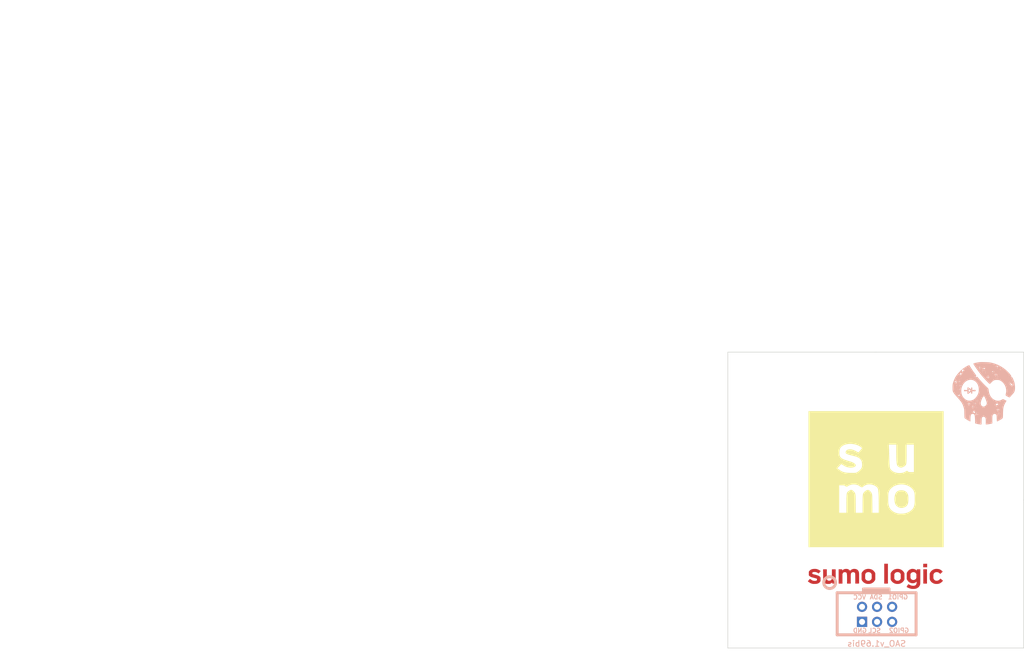
<source format=kicad_pcb>
(kicad_pcb (version 20171130) (host pcbnew "(5.1.10)-1")

  (general
    (thickness 1.6)
    (drawings 11)
    (tracks 0)
    (zones 0)
    (modules 9)
    (nets 7)
  )

  (page A4)
  (layers
    (0 F.Cu signal)
    (31 B.Cu signal)
    (32 B.Adhes user)
    (33 F.Adhes user)
    (34 B.Paste user)
    (35 F.Paste user)
    (36 B.SilkS user)
    (37 F.SilkS user)
    (38 B.Mask user)
    (39 F.Mask user)
    (40 Dwgs.User user)
    (41 Cmts.User user)
    (42 Eco1.User user)
    (43 Eco2.User user)
    (44 Edge.Cuts user)
    (45 Margin user)
    (46 B.CrtYd user)
    (47 F.CrtYd user)
    (48 B.Fab user)
    (49 F.Fab user)
  )

  (setup
    (last_trace_width 0.25)
    (trace_clearance 0.2)
    (zone_clearance 0.508)
    (zone_45_only no)
    (trace_min 0.2)
    (via_size 0.6)
    (via_drill 0.4)
    (via_min_size 0.4)
    (via_min_drill 0.3)
    (uvia_size 0.3)
    (uvia_drill 0.1)
    (uvias_allowed no)
    (uvia_min_size 0.2)
    (uvia_min_drill 0.1)
    (edge_width 0.15)
    (segment_width 0.2)
    (pcb_text_width 0.3)
    (pcb_text_size 1.5 1.5)
    (mod_edge_width 0.15)
    (mod_text_size 1 1)
    (mod_text_width 0.15)
    (pad_size 1.524 1.524)
    (pad_drill 0.762)
    (pad_to_mask_clearance 0.2)
    (aux_axis_origin 0 0)
    (visible_elements 7FFFFFFF)
    (pcbplotparams
      (layerselection 0x010f0_ffffffff)
      (usegerberextensions false)
      (usegerberattributes false)
      (usegerberadvancedattributes true)
      (creategerberjobfile true)
      (excludeedgelayer true)
      (linewidth 0.100000)
      (plotframeref false)
      (viasonmask false)
      (mode 1)
      (useauxorigin false)
      (hpglpennumber 1)
      (hpglpenspeed 20)
      (hpglpendiameter 15.000000)
      (psnegative false)
      (psa4output false)
      (plotreference true)
      (plotvalue true)
      (plotinvisibletext false)
      (padsonsilk false)
      (subtractmaskfromsilk false)
      (outputformat 1)
      (mirror false)
      (drillshape 0)
      (scaleselection 1)
      (outputdirectory "gerbers/"))
  )

  (net 0 "")
  (net 1 "Net-(X1-Pad5)")
  (net 2 "Net-(X1-Pad6)")
  (net 3 "Net-(X1-Pad3)")
  (net 4 "Net-(X1-Pad4)")
  (net 5 VCC)
  (net 6 GND)

  (net_class Default "This is the default net class."
    (clearance 0.2)
    (trace_width 0.25)
    (via_dia 0.6)
    (via_drill 0.4)
    (uvia_dia 0.3)
    (uvia_drill 0.1)
    (add_net GND)
    (add_net "Net-(X1-Pad3)")
    (add_net "Net-(X1-Pad4)")
    (add_net "Net-(X1-Pad5)")
    (add_net "Net-(X1-Pad6)")
    (add_net VCC)
  )

  (module BadgePiratesLogos:BPSkull_Distressed_10x10_BSILK (layer F.Cu) (tedit 60FA3227) (tstamp 6129B0D7)
    (at 163.45 65.05)
    (fp_text reference G*** (at 2.3114 -0.8128) (layer B.SilkS) hide
      (effects (font (size 0.1 0.1) (thickness 0.025)))
    )
    (fp_text value "BP Logo" (at 2.3368 -0.635) (layer B.SilkS) hide
      (effects (font (size 0.1 0.1) (thickness 0.025)))
    )
    (fp_poly (pts (xy -2.543448 -0.957753) (xy -2.400288 -0.861304) (xy -2.374228 -0.842045) (xy -2.129692 -0.659962)
      (xy -2.110154 -0.828212) (xy -2.090326 -0.936955) (xy -2.057084 -0.986573) (xy -2.012461 -0.996461)
      (xy -1.967798 -0.9866) (xy -1.941994 -0.945141) (xy -1.928083 -0.854276) (xy -1.922426 -0.766316)
      (xy -1.910544 -0.53617) (xy -1.661964 -0.559383) (xy -1.514964 -0.568522) (xy -1.425058 -0.560314)
      (xy -1.372623 -0.532335) (xy -1.363497 -0.522484) (xy -1.334698 -0.448019) (xy -1.354927 -0.397263)
      (xy -1.393497 -0.361609) (xy -1.46344 -0.344528) (xy -1.583707 -0.342782) (xy -1.655507 -0.345934)
      (xy -1.914769 -0.359714) (xy -1.914769 -0.165103) (xy -1.927826 -0.022508) (xy -1.9631 0.067865)
      (xy -2.01475 0.096846) (xy -2.064191 0.069409) (xy -2.096292 0.000428) (xy -2.110141 -0.10245)
      (xy -2.110154 -0.105508) (xy -2.115315 -0.192812) (xy -2.12791 -0.233984) (xy -2.129582 -0.234461)
      (xy -2.168117 -0.212931) (xy -2.252353 -0.155977) (xy -2.36546 -0.075058) (xy -2.387881 -0.058615)
      (xy -2.520735 0.037303) (xy -2.606274 0.092025) (xy -2.658922 0.112274) (xy -2.693106 0.104771)
      (xy -2.709333 0.09118) (xy -2.72386 0.040395) (xy -2.733317 -0.062235) (xy -2.735384 -0.14684)
      (xy -2.735384 -0.358809) (xy -2.979615 -0.350756) (xy -3.145101 -0.346063) (xy -3.246975 -0.348445)
      (xy -3.299743 -0.3626) (xy -3.317909 -0.393224) (xy -3.315981 -0.445015) (xy -3.315376 -0.450316)
      (xy -2.54 -0.450316) (xy -2.537218 -0.309847) (xy -2.520956 -0.236509) (xy -2.479337 -0.226051)
      (xy -2.400484 -0.27422) (xy -2.291375 -0.361309) (xy -2.179519 -0.452943) (xy -2.310913 -0.551625)
      (xy -2.429129 -0.638658) (xy -2.497549 -0.673971) (xy -2.529778 -0.65155) (xy -2.539415 -0.565378)
      (xy -2.54 -0.450316) (xy -3.315376 -0.450316) (xy -3.314365 -0.459154) (xy -3.302 -0.566615)
      (xy -2.735384 -0.538753) (xy -2.735384 -0.759064) (xy -2.727612 -0.90029) (xy -2.698663 -0.979187)
      (xy -2.640091 -0.997694) (xy -2.543448 -0.957753)) (layer B.SilkS) (width 0.01))
    (fp_poly (pts (xy -0.126879 -5.270691) (xy 0.139166 -5.264222) (xy 0.17547 -5.263225) (xy 0.485142 -5.253004)
      (xy 0.736753 -5.239453) (xy 0.950393 -5.219605) (xy 1.146155 -5.190494) (xy 1.34413 -5.149155)
      (xy 1.564408 -5.09262) (xy 1.816862 -5.020904) (xy 2.335584 -4.833391) (xy 2.850085 -4.577373)
      (xy 3.345366 -4.261752) (xy 3.806427 -3.895432) (xy 3.973676 -3.740796) (xy 4.235306 -3.478945)
      (xy 4.437297 -3.256611) (xy 4.578596 -3.075149) (xy 4.658151 -2.935917) (xy 4.674912 -2.840272)
      (xy 4.67416 -2.836965) (xy 4.667478 -2.748029) (xy 4.698641 -2.714) (xy 4.750419 -2.737519)
      (xy 4.784822 -2.740856) (xy 4.830303 -2.693461) (xy 4.893647 -2.586725) (xy 4.939629 -2.497469)
      (xy 5.006487 -2.352596) (xy 5.056057 -2.223781) (xy 5.079304 -2.135038) (xy 5.08 -2.124442)
      (xy 5.092946 -2.053538) (xy 5.115945 -2.032) (xy 5.145983 -1.995605) (xy 5.180155 -1.896491)
      (xy 5.215444 -1.749766) (xy 5.24883 -1.570537) (xy 5.277295 -1.373911) (xy 5.297818 -1.174995)
      (xy 5.303358 -1.094154) (xy 5.301868 -0.761082) (xy 5.259527 -0.466368) (xy 5.178685 -0.222148)
      (xy 5.111637 -0.103398) (xy 5.04852 -0.022703) (xy 4.947143 0.095545) (xy 4.823672 0.23281)
      (xy 4.740639 0.321956) (xy 4.623216 0.449684) (xy 4.529178 0.55865) (xy 4.469792 0.635376)
      (xy 4.454769 0.66388) (xy 4.428771 0.698032) (xy 4.348596 0.689921) (xy 4.210971 0.638658)
      (xy 4.015154 0.544651) (xy 3.861626 0.463699) (xy 3.768208 0.398702) (xy 3.72542 0.330039)
      (xy 3.723785 0.238091) (xy 3.753824 0.103236) (xy 3.770923 0.039077) (xy 3.801334 -0.156308)
      (xy 4.884616 -0.156308) (xy 4.914352 -0.118366) (xy 4.923692 -0.117231) (xy 4.961634 -0.146967)
      (xy 4.962769 -0.156308) (xy 4.933033 -0.194249) (xy 4.923692 -0.195384) (xy 4.885751 -0.165648)
      (xy 4.884616 -0.156308) (xy 3.801334 -0.156308) (xy 3.82462 -0.305907) (xy 3.809382 -0.663643)
      (xy 3.729393 -1.019276) (xy 3.706426 -1.074615) (xy 5.119077 -1.074615) (xy 5.138616 -1.055077)
      (xy 5.158154 -1.074615) (xy 5.138616 -1.094154) (xy 5.119077 -1.074615) (xy 3.706426 -1.074615)
      (xy 3.588832 -1.357948) (xy 3.391881 -1.664803) (xy 3.279137 -1.792211) (xy 4.401877 -1.792211)
      (xy 4.406477 -1.753188) (xy 4.454344 -1.666801) (xy 4.544674 -1.538398) (xy 4.552632 -1.527888)
      (xy 4.669527 -1.390934) (xy 4.767085 -1.309334) (xy 4.838938 -1.286093) (xy 4.869713 -1.31559)
      (xy 4.975795 -1.31559) (xy 4.981159 -1.292358) (xy 5.001846 -1.289538) (xy 5.034011 -1.303836)
      (xy 5.027898 -1.31559) (xy 4.981522 -1.320266) (xy 4.975795 -1.31559) (xy 4.869713 -1.31559)
      (xy 4.878715 -1.324217) (xy 4.884616 -1.371198) (xy 4.855381 -1.451194) (xy 4.786513 -1.534939)
      (xy 4.706265 -1.59194) (xy 4.671831 -1.600854) (xy 4.621991 -1.626589) (xy 4.545112 -1.688681)
      (xy 4.5257 -1.706766) (xy 4.441349 -1.77852) (xy 4.401877 -1.792211) (xy 3.279137 -1.792211)
      (xy 3.244528 -1.831321) (xy 3.202093 -1.86864) (xy 4.536518 -1.86864) (xy 4.564515 -1.841511)
      (xy 4.572 -1.836615) (xy 4.630801 -1.802494) (xy 4.648926 -1.812642) (xy 4.650154 -1.836615)
      (xy 4.617934 -1.869459) (xy 4.581769 -1.875094) (xy 4.536518 -1.86864) (xy 3.202093 -1.86864)
      (xy 3.106496 -1.952711) (xy 2.946706 -2.07022) (xy 2.850325 -2.129692) (xy 2.745235 -2.18419)
      (xy 2.653959 -2.2186) (xy 2.553025 -2.237485) (xy 2.418957 -2.245403) (xy 2.246923 -2.246923)
      (xy 2.061261 -2.24496) (xy 1.931548 -2.236336) (xy 1.835621 -2.216945) (xy 1.751317 -2.182683)
      (xy 1.676406 -2.141253) (xy 1.560239 -2.059088) (xy 1.421923 -1.941225) (xy 1.289585 -1.811799)
      (xy 1.27793 -1.79933) (xy 1.172742 -1.69021) (xy 1.085351 -1.607777) (xy 1.030589 -1.565754)
      (xy 1.022617 -1.563077) (xy 0.981464 -1.590632) (xy 0.897052 -1.667093) (xy 0.77827 -1.783157)
      (xy 0.634007 -1.92952) (xy 0.473151 -2.096876) (xy 0.304594 -2.275923) (xy 0.137222 -2.457354)
      (xy -0.020073 -2.631867) (xy -0.127909 -2.755264) (xy 0.656073 -2.755264) (xy 0.668082 -2.684521)
      (xy 0.673441 -2.67233) (xy 0.707823 -2.613095) (xy 0.749737 -2.611254) (xy 0.807472 -2.645476)
      (xy 0.870211 -2.693891) (xy 0.871898 -2.734271) (xy 0.837342 -2.777569) (xy 0.773973 -2.82461)
      (xy 0.708213 -2.807423) (xy 0.70331 -2.804423) (xy 0.656073 -2.755264) (xy -0.127909 -2.755264)
      (xy -0.158403 -2.790157) (xy -0.191574 -2.829478) (xy 2.230299 -2.829478) (xy 2.244258 -2.79715)
      (xy 2.288791 -2.757714) (xy 2.352601 -2.721523) (xy 2.380778 -2.719445) (xy 2.366819 -2.751772)
      (xy 2.322286 -2.791209) (xy 2.258477 -2.8274) (xy 2.230299 -2.829478) (xy -0.191574 -2.829478)
      (xy -0.223877 -2.867769) (xy -0.275074 -2.930769) (xy 4.181231 -2.930769) (xy 4.195529 -2.898604)
      (xy 4.207282 -2.904718) (xy 4.211959 -2.951093) (xy 4.207282 -2.95682) (xy 4.184051 -2.951456)
      (xy 4.181231 -2.930769) (xy -0.275074 -2.930769) (xy -0.38622 -3.067538) (xy -0.117231 -3.067538)
      (xy -0.097692 -3.048) (xy -0.078154 -3.067538) (xy -0.097692 -3.087077) (xy -0.117231 -3.067538)
      (xy -0.38622 -3.067538) (xy -0.422905 -3.11268) (xy -0.479306 -3.184563) (xy 2.006757 -3.184563)
      (xy 2.008967 -3.098455) (xy 2.011213 -3.09101) (xy 2.050654 -3.019808) (xy 2.103889 -3.024229)
      (xy 2.15274 -3.071767) (xy 2.182494 -3.127237) (xy 2.149811 -3.174205) (xy 2.130318 -3.189144)
      (xy 2.05209 -3.218816) (xy 2.006757 -3.184563) (xy -0.479306 -3.184563) (xy -0.510128 -3.223846)
      (xy 4.376616 -3.223846) (xy 4.396154 -3.204308) (xy 4.415692 -3.223846) (xy 4.396154 -3.243384)
      (xy 4.376616 -3.223846) (xy -0.510128 -3.223846) (xy -0.626493 -3.372152) (xy -0.665135 -3.422915)
      (xy 1.730977 -3.422915) (xy 1.758462 -3.399692) (xy 1.820814 -3.364546) (xy 1.829121 -3.377783)
      (xy 1.824238 -3.386667) (xy 2.63118 -3.386667) (xy 2.636544 -3.363435) (xy 2.657231 -3.360615)
      (xy 2.689396 -3.374913) (xy 2.683282 -3.386667) (xy 2.636907 -3.391343) (xy 2.63118 -3.386667)
      (xy 1.824238 -3.386667) (xy 1.817077 -3.399692) (xy 1.760008 -3.436845) (xy 1.746386 -3.438171)
      (xy 1.730977 -3.422915) (xy -0.665135 -3.422915) (xy -0.797497 -3.596795) (xy 0.279109 -3.596795)
      (xy 0.291864 -3.557962) (xy 0.340632 -3.534073) (xy 0.357797 -3.540235) (xy 0.374244 -3.581664)
      (xy 0.355749 -3.606651) (xy 0.303213 -3.629034) (xy 0.279109 -3.596795) (xy -0.797497 -3.596795)
      (xy -0.828802 -3.637918) (xy -0.855708 -3.67428) (xy 1.415929 -3.67428) (xy 1.458187 -3.624822)
      (xy 1.465848 -3.619109) (xy 1.542356 -3.586072) (xy 1.607347 -3.591179) (xy 1.633816 -3.630036)
      (xy 1.630787 -3.645946) (xy 1.579491 -3.713579) (xy 1.50353 -3.742584) (xy 1.439253 -3.721345)
      (xy 1.415929 -3.67428) (xy -0.855708 -3.67428) (xy -0.96787 -3.825858) (xy -0.271643 -3.825858)
      (xy -0.259103 -3.770131) (xy -0.219602 -3.729017) (xy -0.193763 -3.732848) (xy -0.175968 -3.776627)
      (xy -0.199055 -3.814423) (xy -0.250742 -3.853062) (xy -0.271643 -3.825858) (xy -0.96787 -3.825858)
      (xy -1.023997 -3.901709) (xy -1.070429 -3.966308) (xy -0.312615 -3.966308) (xy -0.293077 -3.946769)
      (xy -0.273538 -3.966308) (xy -0.293077 -3.985846) (xy -0.312615 -3.966308) (xy -1.070429 -3.966308)
      (xy -1.114127 -4.027104) (xy 2.830751 -4.027104) (xy 2.840652 -4.010835) (xy 2.897377 -3.987063)
      (xy 2.929635 -4.028889) (xy 2.930769 -4.044461) (xy 2.910892 -4.096482) (xy 2.893999 -4.103077)
      (xy 2.842971 -4.077221) (xy 2.830751 -4.027104) (xy -1.114127 -4.027104) (xy -1.20624 -4.155255)
      (xy -1.220048 -4.17511) (xy -0.02602 -4.17511) (xy -0.014131 -4.122615) (xy 0.040845 -4.072505)
      (xy 0.129822 -4.07222) (xy 0.18965 -4.098706) (xy 0.222268 -4.141773) (xy 0.199465 -4.212667)
      (xy 0.198044 -4.215338) (xy 0.131372 -4.283908) (xy 0.055999 -4.293153) (xy -0.004367 -4.253434)
      (xy -0.02602 -4.17511) (xy -1.220048 -4.17511) (xy -1.298193 -4.287476) (xy -0.752151 -4.287476)
      (xy -0.716072 -4.239741) (xy -0.710686 -4.23573) (xy -0.640659 -4.207711) (xy -0.583429 -4.217185)
      (xy -0.56625 -4.256731) (xy -0.572924 -4.273248) (xy -0.63214 -4.364002) (xy -0.676179 -4.389178)
      (xy -0.718929 -4.355747) (xy -0.723962 -4.349047) (xy -0.752151 -4.287476) (xy -1.298193 -4.287476)
      (xy -1.369694 -4.390287) (xy -1.474872 -4.54806) (xy -1.002567 -4.54806) (xy -0.996461 -4.532923)
      (xy -0.961347 -4.495644) (xy -0.955078 -4.493846) (xy -0.938294 -4.52408) (xy -0.937846 -4.532923)
      (xy -0.951897 -4.550498) (xy 2.203283 -4.550498) (xy 2.228456 -4.481441) (xy 2.249353 -4.457731)
      (xy 2.332286 -4.398293) (xy 2.388932 -4.41134) (xy 2.41505 -4.482044) (xy 2.397878 -4.554149)
      (xy 2.337571 -4.585165) (xy 2.242879 -4.589731) (xy 2.203283 -4.550498) (xy -0.951897 -4.550498)
      (xy -0.967887 -4.570498) (xy -0.979229 -4.572) (xy -1.002567 -4.54806) (xy -1.474872 -4.54806)
      (xy -1.508523 -4.598537) (xy -1.61689 -4.771737) (xy -1.688957 -4.901616) (xy -1.718889 -4.979906)
      (xy -1.719385 -4.986401) (xy -1.715712 -5.016887) (xy -1.697185 -5.041628) (xy -1.652539 -5.064345)
      (xy -1.570509 -5.088762) (xy -1.439831 -5.118599) (xy -1.24924 -5.157579) (xy -1.129182 -5.181419)
      (xy -0.943426 -5.217152) (xy -0.788996 -5.243049) (xy -0.648009 -5.260229) (xy -0.502583 -5.269816)
      (xy -0.334834 -5.272929) (xy -0.126879 -5.270691)) (layer B.SilkS) (width 0.01))
    (fp_poly (pts (xy -2.438927 -4.757491) (xy -2.413077 -4.719712) (xy -2.354399 -4.628404) (xy -2.27113 -4.496534)
      (xy -2.171505 -4.337071) (xy -2.152436 -4.306381) (xy -2.019891 -4.10012) (xy -1.859846 -3.862009)
      (xy -1.69273 -3.621926) (xy -1.542991 -3.415142) (xy -1.409592 -3.233456) (xy -1.319352 -3.103678)
      (xy -1.26697 -3.016398) (xy -1.247149 -2.962206) (xy -1.25459 -2.931691) (xy -1.265849 -2.922934)
      (xy -1.309484 -2.869338) (xy -1.327277 -2.792465) (xy -1.317256 -2.724343) (xy -1.279769 -2.696906)
      (xy -1.183637 -2.730793) (xy -1.129167 -2.804231) (xy -1.100024 -2.8002) (xy -1.037352 -2.744526)
      (xy -0.953677 -2.648706) (xy -0.937692 -2.628517) (xy -0.759332 -2.410553) (xy -0.538512 -2.156931)
      (xy -0.290841 -1.884297) (xy -0.031927 -1.609301) (xy 0.22262 -1.348591) (xy 0.457193 -1.118813)
      (xy 0.612356 -0.975248) (xy 0.719139 -0.875626) (xy 0.78138 -0.797007) (xy 0.81442 -0.710173)
      (xy 0.833599 -0.585907) (xy 0.838044 -0.545402) (xy 0.913027 -0.113416) (xy 1.038822 0.265293)
      (xy 1.213555 0.588282) (xy 1.435354 0.853106) (xy 1.702347 1.057321) (xy 2.012659 1.198482)
      (xy 2.214428 1.25103) (xy 2.499268 1.273252) (xy 2.776684 1.22342) (xy 3.0583 1.099386)
      (xy 3.069825 1.092846) (xy 3.273304 0.976427) (xy 3.571526 1.118051) (xy 3.869747 1.259676)
      (xy 3.74945 1.460223) (xy 3.59366 1.736776) (xy 3.474358 1.993046) (xy 3.387278 2.246462)
      (xy 3.328152 2.514454) (xy 3.292713 2.814453) (xy 3.276694 3.163887) (xy 3.274623 3.399692)
      (xy 3.271935 3.694427) (xy 3.262925 3.916741) (xy 3.247229 4.072139) (xy 3.224481 4.166126)
      (xy 3.22379 4.167805) (xy 3.185405 4.231654) (xy 3.117107 4.298199) (xy 3.007129 4.376392)
      (xy 2.843706 4.475183) (xy 2.748676 4.529261) (xy 2.583015 4.620443) (xy 2.440098 4.695491)
      (xy 2.334625 4.746936) (xy 2.281294 4.767308) (xy 2.280065 4.767379) (xy 2.258715 4.734905)
      (xy 2.242001 4.635032) (xy 2.229513 4.464096) (xy 2.22145 4.242648) (xy 2.214453 4.024114)
      (xy 2.205171 3.868608) (xy 2.191326 3.761003) (xy 2.170639 3.686174) (xy 2.140834 3.628993)
      (xy 2.125829 3.607648) (xy 2.013296 3.513712) (xy 1.979243 3.50555) (xy 2.508105 3.50555)
      (xy 2.527789 3.530763) (xy 2.585951 3.545633) (xy 2.639452 3.504457) (xy 2.648276 3.485173)
      (xy 2.629014 3.448302) (xy 2.582333 3.438769) (xy 2.512038 3.457674) (xy 2.508105 3.50555)
      (xy 1.979243 3.50555) (xy 1.875709 3.480735) (xy 1.733549 3.506154) (xy 1.607297 3.587409)
      (xy 1.53651 3.681321) (xy 1.509851 3.742147) (xy 1.490779 3.819039) (xy 1.478087 3.925281)
      (xy 1.470568 4.074153) (xy 1.467016 4.27894) (xy 1.466254 4.454769) (xy 1.465385 5.099539)
      (xy 1.074616 5.187659) (xy 0.890461 5.224727) (xy 0.71694 5.251877) (xy 0.579468 5.265478)
      (xy 0.527539 5.265813) (xy 0.371231 5.255846) (xy 0.37003 4.766128) (xy 0.367818 4.552371)
      (xy 0.360974 4.399974) (xy 0.347347 4.292184) (xy 0.324787 4.212244) (xy 0.291144 4.143403)
      (xy 0.289812 4.141112) (xy 0.183322 4.018862) (xy 0.053515 3.957448) (xy -0.081678 3.95846)
      (xy -0.204326 4.023486) (xy -0.263275 4.092111) (xy -0.292803 4.151996) (xy -0.31413 4.236548)
      (xy -0.32903 4.359655) (xy -0.33928 4.535201) (xy -0.34567 4.736259) (xy -0.359187 5.275385)
      (xy -0.521516 5.272278) (xy -0.652693 5.261679) (xy -0.815303 5.237794) (xy -0.918308 5.217715)
      (xy -1.07154 5.183117) (xy -1.216205 5.148874) (xy -1.289538 5.130513) (xy -1.426308 5.094767)
      (xy -1.449113 4.449487) (xy -1.459738 4.192948) (xy -1.471984 4.000966) (xy -1.487516 3.859947)
      (xy -1.507995 3.756294) (xy -1.535086 3.676412) (xy -1.546806 3.650796) (xy -1.603231 3.552308)
      (xy -1.665554 3.505138) (xy -1.766017 3.487022) (xy -1.786276 3.485442) (xy -1.934959 3.488833)
      (xy -2.047939 3.528509) (xy -2.129414 3.612162) (xy -2.183583 3.747483) (xy -2.214645 3.942165)
      (xy -2.226798 4.2039) (xy -2.227384 4.293631) (xy -2.227384 4.76545) (xy -2.334846 4.724929)
      (xy -2.461125 4.668894) (xy -2.613095 4.588944) (xy -2.775408 4.494777) (xy -2.93272 4.396092)
      (xy -3.069683 4.302587) (xy -3.170952 4.22396) (xy -3.22118 4.169908) (xy -3.223689 4.163209)
      (xy -3.229875 4.099506) (xy -3.236715 3.971919) (xy -3.243641 3.794708) (xy -3.250086 3.582134)
      (xy -3.254547 3.392816) (xy -1.308713 3.392816) (xy -1.296901 3.430517) (xy -1.242725 3.501935)
      (xy -1.204406 3.543662) (xy -1.102635 3.637915) (xy -1.0385 3.673136) (xy -1.016001 3.647137)
      (xy -1.016 3.646698) (xy -1.041977 3.604087) (xy -1.105464 3.538441) (xy -1.184795 3.468552)
      (xy -1.258303 3.413212) (xy -1.304324 3.391213) (xy -1.308713 3.392816) (xy -3.254547 3.392816)
      (xy -3.254742 3.384555) (xy 1.654663 3.384555) (xy 1.660769 3.399692) (xy 1.695884 3.436971)
      (xy 1.702152 3.438769) (xy 1.718937 3.408536) (xy 1.719385 3.399692) (xy 1.689344 3.362117)
      (xy 1.678002 3.360616) (xy 1.654663 3.384555) (xy -3.254742 3.384555) (xy -3.254846 3.380154)
      (xy -3.260577 3.126855) (xy -3.261833 3.091924) (xy -1.829308 3.091924) (xy -1.795988 3.15572)
      (xy -1.709615 3.24279) (xy -1.622309 3.319648) (xy -1.570436 3.35214) (xy -1.532435 3.349378)
      (xy -1.501611 3.330709) (xy -1.479347 3.304442) (xy -1.243604 3.304442) (xy -1.229692 3.318879)
      (xy -1.203921 3.320296) (xy -1.132353 3.299541) (xy -1.112085 3.279862) (xy -1.097339 3.229692)
      (xy -1.133785 3.226255) (xy -1.194699 3.262084) (xy -1.243604 3.304442) (xy -1.479347 3.304442)
      (xy -1.43726 3.254788) (xy -1.439033 3.174456) (xy -1.462806 3.145692) (xy 1.719385 3.145692)
      (xy 1.738923 3.165231) (xy 1.758462 3.145692) (xy 1.738923 3.126154) (xy 1.719385 3.145692)
      (xy -1.462806 3.145692) (xy -1.497191 3.10409) (xy -1.601994 3.058064) (xy -1.693154 3.048)
      (xy -1.795197 3.057993) (xy -1.829308 3.091924) (xy -3.261833 3.091924) (xy -3.26751 2.934183)
      (xy -3.268576 2.91908) (xy 2.309369 2.91908) (xy 2.32736 2.930351) (xy 2.344616 2.930769)
      (xy 2.382557 2.901033) (xy 2.383692 2.891692) (xy 2.416421 2.859943) (xy 2.461846 2.852616)
      (xy 2.525488 2.828568) (xy 2.534663 2.773484) (xy 2.48877 2.712955) (xy 2.465472 2.698248)
      (xy 2.410425 2.68183) (xy 2.373588 2.717913) (xy 2.348241 2.780858) (xy 2.316159 2.876292)
      (xy 2.309369 2.91908) (xy -3.268576 2.91908) (xy -3.27465 2.833077) (xy -2.188308 2.833077)
      (xy -2.168769 2.852616) (xy -2.149231 2.833077) (xy -2.168769 2.813539) (xy -2.188308 2.833077)
      (xy -3.27465 2.833077) (xy -3.278073 2.784621) (xy -3.294694 2.660653) (xy -3.319798 2.54476)
      (xy -3.349238 2.442308) (xy -2.696308 2.442308) (xy -2.676769 2.461846) (xy -2.657231 2.442308)
      (xy 2.305539 2.442308) (xy 2.325077 2.461846) (xy 2.344616 2.442308) (xy 2.325077 2.422769)
      (xy 2.305539 2.442308) (xy -2.657231 2.442308) (xy -2.676769 2.422769) (xy -2.696308 2.442308)
      (xy -3.349238 2.442308) (xy -3.355814 2.419426) (xy -3.373726 2.364154) (xy -2.579077 2.364154)
      (xy -2.559538 2.383692) (xy -2.557232 2.381386) (xy -1.211384 2.381386) (xy -1.183018 2.421179)
      (xy -1.172308 2.422769) (xy -1.134247 2.409437) (xy -1.133231 2.405537) (xy -1.160613 2.372174)
      (xy -1.172308 2.364154) (xy -1.208316 2.367252) (xy -1.211384 2.381386) (xy -2.557232 2.381386)
      (xy -2.54 2.364154) (xy -2.559538 2.344616) (xy -2.579077 2.364154) (xy -3.373726 2.364154)
      (xy -3.405169 2.267134) (xy -3.405391 2.266462) (xy -2.735384 2.266462) (xy -2.721087 2.298626)
      (xy -2.709333 2.292513) (xy -2.707186 2.271216) (xy -1.933196 2.271216) (xy -1.926902 2.30244)
      (xy -1.885977 2.355698) (xy -1.819157 2.377074) (xy -1.756256 2.365929) (xy -1.727087 2.321628)
      (xy -1.728283 2.306685) (xy -1.771174 2.258334) (xy -1.843662 2.234853) (xy -1.91696 2.235213)
      (xy -1.933196 2.271216) (xy -2.707186 2.271216) (xy -2.704656 2.246138) (xy -2.709333 2.24041)
      (xy -2.732564 2.245774) (xy -2.735384 2.266462) (xy -3.405391 2.266462) (xy -3.411868 2.246923)
      (xy -3.507819 1.984744) (xy -3.585934 1.816504) (xy -2.608592 1.816504) (xy -2.600822 1.861406)
      (xy -2.530231 1.884775) (xy -2.442483 1.87048) (xy -2.369517 1.815824) (xy -2.363974 1.802323)
      (xy -1.484923 1.802323) (xy -1.458714 1.834509) (xy -1.404503 1.828529) (xy -1.358916 1.790164)
      (xy -1.355027 1.78182) (xy -1.349132 1.719435) (xy -1.35401 1.709893) (xy -0.503425 1.709893)
      (xy -0.475022 1.883557) (xy -0.429631 1.993345) (xy -0.313467 2.148735) (xy -0.164559 2.241053)
      (xy 0.002234 2.267213) (xy 0.17205 2.224134) (xy 0.293713 2.14343) (xy 0.421966 2.014777)
      (xy 0.433482 1.996651) (xy 2.052893 1.996651) (xy 2.056977 2.034533) (xy 2.102063 2.043843)
      (xy 2.196858 2.030437) (xy 2.31906 1.992092) (xy 2.419256 1.934362) (xy 2.432038 1.922869)
      (xy 2.511048 1.843858) (xy 2.385777 1.779078) (xy 2.295758 1.738994) (xy 2.233699 1.739309)
      (xy 2.165792 1.776358) (xy 2.09596 1.83662) (xy 2.068087 1.886362) (xy 2.058074 1.967388)
      (xy 2.052893 1.996651) (xy 0.433482 1.996651) (xy 0.503159 1.88699) (xy 0.538584 1.746392)
      (xy 0.533947 1.660769) (xy 2.344616 1.660769) (xy 2.364154 1.680308) (xy 2.383692 1.660769)
      (xy 2.364154 1.641231) (xy 2.344616 1.660769) (xy 0.533947 1.660769) (xy 0.529534 1.579305)
      (xy 0.477301 1.372054) (xy 0.389665 1.127583) (xy 0.301676 0.904037) (xy 0.235037 0.743246)
      (xy 0.18412 0.634615) (xy 0.143298 0.567549) (xy 0.106944 0.531452) (xy 0.069432 0.515729)
      (xy 0.064134 0.514621) (xy -0.024381 0.530291) (xy -0.115639 0.612891) (xy -0.211364 0.765127)
      (xy -0.31328 0.989702) (xy -0.415548 1.267075) (xy -0.483713 1.510243) (xy -0.503425 1.709893)
      (xy -1.35401 1.709893) (xy -1.35702 1.704006) (xy -1.400098 1.705321) (xy -1.453872 1.744733)
      (xy -1.484425 1.796171) (xy -1.484923 1.802323) (xy -2.363974 1.802323) (xy -2.344615 1.755174)
      (xy -2.375199 1.712973) (xy -2.445445 1.703148) (xy -2.523099 1.727487) (xy -2.545651 1.744037)
      (xy -2.608592 1.816504) (xy -3.585934 1.816504) (xy -3.61472 1.754509) (xy -3.744467 1.536603)
      (xy -3.752917 1.525034) (xy -1.713913 1.525034) (xy -1.711385 1.538638) (xy -1.685292 1.572846)
      (xy -1.625746 1.62771) (xy -1.590856 1.641231) (xy -1.563318 1.63355) (xy -1.566333 1.630173)
      (xy -1.607046 1.60099) (xy -1.660769 1.561789) (xy -1.713913 1.525034) (xy -3.752917 1.525034)
      (xy -3.8393 1.406769) (xy -3.556 1.406769) (xy -3.541702 1.438934) (xy -3.529949 1.432821)
      (xy -3.525272 1.386445) (xy -3.529949 1.380718) (xy -3.55318 1.386082) (xy -3.556 1.406769)
      (xy -3.8393 1.406769) (xy -3.908953 1.311409) (xy -3.939896 1.27446) (xy -1.167585 1.27446)
      (xy -1.157928 1.328412) (xy -1.147319 1.340579) (xy -1.098607 1.348482) (xy -1.059111 1.308875)
      (xy -1.055077 1.287232) (xy -1.086762 1.254599) (xy -1.113692 1.250462) (xy -1.167585 1.27446)
      (xy -3.939896 1.27446) (xy -4.120074 1.05931) (xy -4.158237 1.016) (xy -4.024923 1.016)
      (xy -3.993272 1.050668) (xy -3.966308 1.055077) (xy -3.914305 1.033977) (xy -3.907692 1.016)
      (xy -3.939343 0.981332) (xy -3.966308 0.976923) (xy -4.01831 0.998024) (xy -4.024923 1.016)
      (xy -4.158237 1.016) (xy -4.424854 0.71474) (xy -4.644397 0.463937) (xy -4.672262 0.431109)
      (xy -4.330018 0.431109) (xy -4.287175 0.45434) (xy -4.226355 0.45045) (xy -4.135391 0.447943)
      (xy -4.08219 0.47111) (xy -4.082016 0.471387) (xy -4.051238 0.505409) (xy -4.045919 0.468795)
      (xy -4.066016 0.364787) (xy -4.074361 0.332154) (xy -3.985846 0.332154) (xy -3.966308 0.351692)
      (xy -3.946769 0.332154) (xy -3.966308 0.312616) (xy -3.985846 0.332154) (xy -4.074361 0.332154)
      (xy -4.084356 0.293077) (xy -4.109257 0.212617) (xy -4.024923 0.212617) (xy -4.004521 0.266083)
      (xy -3.985846 0.273539) (xy -3.947888 0.245492) (xy -3.946769 0.236768) (xy -3.975174 0.183845)
      (xy -3.985846 0.175846) (xy -4.0193 0.184705) (xy -4.024923 0.212617) (xy -4.109257 0.212617)
      (xy -4.11508 0.193804) (xy -4.13399 0.166502) (xy -4.139516 0.195888) (xy -4.176053 0.294319)
      (xy -4.227549 0.332657) (xy -4.310193 0.385543) (xy -4.330018 0.431109) (xy -4.672262 0.431109)
      (xy -4.821426 0.255383) (xy -4.921137 0.130257) (xy -4.441743 0.130257) (xy -4.436379 0.153488)
      (xy -4.415692 0.156308) (xy -4.383527 0.14201) (xy -4.389641 0.130257) (xy -4.436016 0.12558)
      (xy -4.441743 0.130257) (xy -4.921137 0.130257) (xy -4.960498 0.080865) (xy -5.004081 0.019539)
      (xy -4.181231 0.019539) (xy -4.161692 0.039077) (xy -4.142154 0.019539) (xy -4.161692 0)
      (xy -4.181231 0.019539) (xy -5.004081 0.019539) (xy -5.066172 -0.067827) (xy -5.143009 -0.198904)
      (xy -5.195566 -0.320577) (xy -5.228402 -0.441057) (xy -5.229304 -0.447564) (xy -3.788274 -0.447564)
      (xy -3.75684 -0.054219) (xy -3.731435 0.069615) (xy -3.646267 0.347646) (xy -3.526082 0.581096)
      (xy -3.354034 0.801397) (xy -3.318895 0.839294) (xy -3.068404 1.05596) (xy -2.798733 1.196881)
      (xy -2.510536 1.261908) (xy -2.204469 1.250893) (xy -1.887128 1.16592) (xy -1.658337 1.044289)
      (xy -1.459015 0.879231) (xy -0.898769 0.879231) (xy -0.879231 0.898769) (xy -0.859692 0.879231)
      (xy -0.879231 0.859692) (xy -0.898769 0.879231) (xy -1.459015 0.879231) (xy -1.435043 0.85938)
      (xy -1.229308 0.625796) (xy -1.053192 0.358136) (xy -0.918753 0.071002) (xy -0.87566 -0.058615)
      (xy -0.815852 -0.379362) (xy -0.809526 -0.721482) (xy -0.853916 -1.062913) (xy -0.94625 -1.381598)
      (xy -1.074265 -1.640675) (xy -1.278464 -1.898829) (xy -1.518508 -2.092246) (xy -1.785221 -2.220076)
      (xy -2.069428 -2.281468) (xy -2.361955 -2.275569) (xy -2.653627 -2.201529) (xy -2.935269 -2.058497)
      (xy -3.197706 -1.845622) (xy -3.204993 -1.838343) (xy -3.452089 -1.536435) (xy -3.63336 -1.197871)
      (xy -3.746268 -0.831848) (xy -3.788274 -0.447564) (xy -5.229304 -0.447564) (xy -5.246077 -0.568555)
      (xy -5.250946 -0.666852) (xy -4.914111 -0.666852) (xy -4.908766 -0.664308) (xy -4.873105 -0.691817)
      (xy -4.866348 -0.701553) (xy -4.163456 -0.701553) (xy -4.159293 -0.615406) (xy -4.143284 -0.539399)
      (xy -4.120449 -0.508) (xy -4.113543 -0.542659) (xy -4.112388 -0.629235) (xy -4.113445 -0.664161)
      (xy -4.123445 -0.758257) (xy -4.142754 -0.775405) (xy -4.151567 -0.763331) (xy -4.163456 -0.701553)
      (xy -4.866348 -0.701553) (xy -4.865077 -0.703384) (xy -4.855119 -0.739917) (xy -4.860464 -0.742461)
      (xy -4.896125 -0.714952) (xy -4.904154 -0.703384) (xy -4.914111 -0.666852) (xy -5.250946 -0.666852)
      (xy -5.253148 -0.711282) (xy -5.254175 -0.877449) (xy -5.253897 -0.957384) (xy -5.252094 -1.179939)
      (xy -5.24896 -1.27) (xy -4.689231 -1.27) (xy -4.669692 -1.250461) (xy -4.650154 -1.27)
      (xy -4.669692 -1.289538) (xy -4.611077 -1.289538) (xy -4.579426 -1.25487) (xy -4.552461 -1.250461)
      (xy -4.500459 -1.271562) (xy -4.493846 -1.289538) (xy -4.516928 -1.314822) (xy -3.882329 -1.314822)
      (xy -3.864618 -1.258842) (xy -3.857007 -1.246276) (xy -3.818896 -1.193788) (xy -3.7938 -1.209511)
      (xy -3.774554 -1.250126) (xy -3.754339 -1.320734) (xy -3.759191 -1.349448) (xy -3.8078 -1.354848)
      (xy -3.841645 -1.345598) (xy -3.882329 -1.314822) (xy -4.516928 -1.314822) (xy -4.525497 -1.324207)
      (xy -4.552461 -1.328615) (xy -4.604464 -1.307515) (xy -4.611077 -1.289538) (xy -4.669692 -1.289538)
      (xy -4.689231 -1.27) (xy -5.24896 -1.27) (xy -5.246292 -1.346664) (xy -5.244218 -1.367692)
      (xy -4.142154 -1.367692) (xy -4.114107 -1.329734) (xy -4.105383 -1.328615) (xy -4.05246 -1.35702)
      (xy -4.044461 -1.367692) (xy -4.05332 -1.401146) (xy -4.081232 -1.406769) (xy -4.134698 -1.386367)
      (xy -4.142154 -1.367692) (xy -5.244218 -1.367692) (xy -5.233149 -1.479877) (xy -5.20932 -1.601901)
      (xy -5.171462 -1.735055) (xy -5.116231 -1.90166) (xy -5.10947 -1.92147) (xy -5.106982 -1.928377)
      (xy -4.923692 -1.928377) (xy -4.902642 -1.885581) (xy -4.828977 -1.884779) (xy -4.819107 -1.886574)
      (xy -4.713903 -1.882057) (xy -4.660008 -1.852052) (xy -4.581286 -1.800921) (xy -4.521733 -1.825032)
      (xy -4.512327 -1.838327) (xy -4.511843 -1.89893) (xy -4.556566 -1.954156) (xy -4.618278 -1.97184)
      (xy -4.627212 -1.969283) (xy -4.689905 -1.979775) (xy -4.72615 -2.009862) (xy -4.726758 -2.010155)
      (xy -4.181231 -2.010155) (xy -4.173813 -1.962602) (xy -4.135003 -1.960574) (xy -4.085737 -1.977948)
      (xy -4.045138 -2.011047) (xy -4.06743 -2.055672) (xy -4.127572 -2.090158) (xy -4.172321 -2.057275)
      (xy -4.181231 -2.010155) (xy -4.726758 -2.010155) (xy -4.79374 -2.042405) (xy -4.868754 -2.021526)
      (xy -4.918338 -1.960776) (xy -4.923692 -1.928377) (xy -5.106982 -1.928377) (xy -5.037082 -2.122417)
      (xy -4.95754 -2.325834) (xy -4.88874 -2.487897) (xy -3.738359 -2.487897) (xy -3.732995 -2.464666)
      (xy -3.712308 -2.461846) (xy -3.680143 -2.476144) (xy -3.686256 -2.487897) (xy -3.732631 -2.492574)
      (xy -3.738359 -2.487897) (xy -4.88874 -2.487897) (xy -4.882592 -2.502379) (xy -4.843435 -2.585778)
      (xy -4.778854 -2.696308) (xy -1.563077 -2.696308) (xy -1.548779 -2.664143) (xy -1.537026 -2.670256)
      (xy -1.532349 -2.716631) (xy -1.537026 -2.722359) (xy -1.560257 -2.716995) (xy -1.563077 -2.696308)
      (xy -4.778854 -2.696308) (xy -4.672394 -2.878511) (xy -4.53256 -3.071506) (xy -4.064 -3.071506)
      (xy -4.02932 -3.067882) (xy -3.942866 -3.065893) (xy -3.910278 -3.065762) (xy -3.813967 -3.071578)
      (xy -3.784919 -3.091851) (xy -3.795904 -3.113174) (xy -3.859037 -3.144518) (xy -3.887058 -3.140705)
      (xy -3.949171 -3.147088) (xy -3.964832 -3.162843) (xy -3.966826 -3.208491) (xy -3.917434 -3.228518)
      (xy -3.840094 -3.219867) (xy -3.770621 -3.188165) (xy -3.703052 -3.154497) (xy -3.673298 -3.160663)
      (xy -3.673231 -3.162024) (xy -3.701468 -3.216365) (xy -3.708639 -3.221579) (xy -3.728856 -3.27212)
      (xy -3.72362 -3.321577) (xy -3.723188 -3.379733) (xy -3.776939 -3.398977) (xy -3.803501 -3.399692)
      (xy -3.896724 -3.424563) (xy -3.947778 -3.468077) (xy -3.979827 -3.514677) (xy -3.978699 -3.495075)
      (xy -3.970749 -3.468765) (xy -3.970156 -3.39136) (xy -3.993998 -3.279252) (xy -4.006875 -3.23916)
      (xy -4.041405 -3.140117) (xy -4.061722 -3.079564) (xy -4.064 -3.071506) (xy -4.53256 -3.071506)
      (xy -4.446372 -3.19046) (xy -4.179898 -3.505114) (xy -4.046486 -3.642383) (xy -3.699391 -3.642383)
      (xy -3.657847 -3.639997) (xy -3.600663 -3.662029) (xy -1.830316 -3.662029) (xy -1.820808 -3.640191)
      (xy -1.781462 -3.598241) (xy -1.758842 -3.606846) (xy -1.758461 -3.612309) (xy -1.786217 -3.645361)
      (xy -1.803576 -3.657424) (xy -1.830316 -3.662029) (xy -3.600663 -3.662029) (xy -3.560494 -3.677505)
      (xy -3.522927 -3.695631) (xy -3.440172 -3.754501) (xy -3.40033 -3.817404) (xy -3.399692 -3.824585)
      (xy -3.393006 -3.849077) (xy -1.953846 -3.849077) (xy -1.934308 -3.829538) (xy -1.914769 -3.849077)
      (xy -1.934308 -3.868615) (xy -1.953846 -3.849077) (xy -3.393006 -3.849077) (xy -3.377179 -3.907042)
      (xy -3.358173 -3.933581) (xy -3.352772 -3.967838) (xy -3.418675 -3.994985) (xy -3.44593 -4.000955)
      (xy -3.56526 -3.997325) (xy -3.642279 -3.940492) (xy -3.662934 -3.843022) (xy -3.657199 -3.812033)
      (xy -3.659967 -3.724757) (xy -3.679651 -3.685033) (xy -3.699391 -3.642383) (xy -4.046486 -3.642383)
      (xy -3.887502 -3.805962) (xy -3.583713 -4.076494) (xy -3.417805 -4.205816) (xy -3.397012 -4.220308)
      (xy -3.087077 -4.220308) (xy -3.073744 -4.182247) (xy -3.069845 -4.181231) (xy -3.036482 -4.208613)
      (xy -3.028461 -4.220308) (xy -3.03156 -4.256316) (xy -3.045694 -4.259384) (xy -3.085487 -4.231018)
      (xy -3.087077 -4.220308) (xy -3.397012 -4.220308) (xy -3.278826 -4.302679) (xy -3.11742 -4.40643)
      (xy -2.947225 -4.509382) (xy -2.781881 -4.603849) (xy -2.635025 -4.682143) (xy -2.520298 -4.73658)
      (xy -2.451337 -4.759471) (xy -2.438927 -4.757491)) (layer B.SilkS) (width 0.01))
  )

  (module BadgePirate:Badgelife-SAOv169-BADGE-2x3_Back (layer F.Cu) (tedit 61186CD8) (tstamp 6129B054)
    (at 145.05 102.5)
    (descr "Through hole straight IDC box header, 2x03, 2.54mm pitch, double rows")
    (tags "Through hole IDC box header THT 2x03 2.54mm double row")
    (path /6129AA44)
    (fp_text reference X1 (at 5.715 -5.08 180) (layer B.SilkS) hide
      (effects (font (size 1 1) (thickness 0.15)) (justify mirror))
    )
    (fp_text value SAO_v1.69bis (at 0.3102 4.8724) (layer B.SilkS)
      (effects (font (size 1 1) (thickness 0.15)) (justify mirror))
    )
    (fp_line (start 6.858 -3.7338) (end -6.35 -3.7338) (layer B.SilkS) (width 0.5))
    (fp_line (start -6.35 -3.7338) (end -6.35 3.3782) (layer B.SilkS) (width 0.5))
    (fp_line (start -6.35 3.3782) (end 6.985 3.3782) (layer B.SilkS) (width 0.5))
    (fp_line (start 6.985 3.3782) (end 6.985 -3.7338) (layer B.SilkS) (width 0.5))
    (fp_line (start 2.413 -4.3688) (end -1.905 -4.3688) (layer B.SilkS) (width 0.5))
    (fp_line (start -1.905 -4.3688) (end -1.905 -3.8608) (layer B.SilkS) (width 0.5))
    (fp_line (start -1.905 -3.9878) (end 2.413 -3.9878) (layer B.SilkS) (width 0.5))
    (fp_line (start 2.413 -3.8608) (end 2.413 -4.3688) (layer B.SilkS) (width 0.5))
    (fp_circle (center -7.62 -5.445) (end -8.62 -5.445) (layer B.SilkS) (width 0.5))
    (fp_text user VCC (at -2.5654 -2.9718) (layer B.SilkS)
      (effects (font (size 0.75 0.75) (thickness 0.15)) (justify mirror))
    )
    (fp_text user GND (at -2.5146 2.667) (layer B.SilkS)
      (effects (font (size 0.75 0.75) (thickness 0.15)) (justify mirror))
    )
    (fp_text user SDA (at 0.2286 -2.9972) (layer B.SilkS)
      (effects (font (size 0.75 0.75) (thickness 0.15)) (justify mirror))
    )
    (fp_text user SCL (at -0.0254 2.667) (layer B.SilkS)
      (effects (font (size 0.75 0.75) (thickness 0.15)) (justify mirror))
    )
    (fp_text user GPIO2 (at 4.0894 2.6416) (layer B.SilkS)
      (effects (font (size 0.75 0.75) (thickness 0.15)) (justify mirror))
    )
    (fp_text user GPIO1 (at 3.9116 -2.9972) (layer B.SilkS)
      (effects (font (size 0.75 0.75) (thickness 0.15)) (justify mirror))
    )
    (pad 5 thru_hole circle (at 2.9302 -1.3516 270) (size 1.7272 1.7272) (drill 1.016) (layers *.Cu *.Mask)
      (net 1 "Net-(X1-Pad5)"))
    (pad 6 thru_hole circle (at 2.9302 1.1884 270) (size 1.7272 1.7272) (drill 1.016) (layers *.Cu *.Mask)
      (net 2 "Net-(X1-Pad6)"))
    (pad 3 thru_hole oval (at 0.3902 -1.3516 270) (size 1.7272 1.7272) (drill 1.016) (layers *.Cu *.Mask)
      (net 3 "Net-(X1-Pad3)"))
    (pad 4 thru_hole oval (at 0.3902 1.1884 270) (size 1.7272 1.7272) (drill 1.016) (layers *.Cu *.Mask)
      (net 4 "Net-(X1-Pad4)"))
    (pad 1 thru_hole oval (at -2.1498 -1.3516 270) (size 1.7272 1.7272) (drill 1.016) (layers *.Cu *.Mask)
      (net 5 VCC))
    (pad 2 thru_hole rect (at -2.1498 1.1884 270) (size 1.7272 1.7272) (drill 1.016) (layers *.Cu *.Mask)
      (net 6 GND))
  )

  (module LOGO (layer F.Cu) (tedit 0) (tstamp 0)
    (at 0 0)
    (fp_text reference G*** (at 0 0) (layer F.SilkS) hide
      (effects (font (size 1.524 1.524) (thickness 0.3)))
    )
    (fp_text value LOGO (at 0.75 0) (layer F.SilkS) hide
      (effects (font (size 1.524 1.524) (thickness 0.3)))
    )
  )

  (module LOGO (layer F.Cu) (tedit 0) (tstamp 0)
    (at 0 0)
    (fp_text reference G*** (at 0 0) (layer F.SilkS) hide
      (effects (font (size 1.524 1.524) (thickness 0.3)))
    )
    (fp_text value LOGO (at 0.75 0) (layer F.SilkS) hide
      (effects (font (size 1.524 1.524) (thickness 0.3)))
    )
  )

  (module LOGO (layer F.Cu) (tedit 0) (tstamp 0)
    (at 0 0)
    (fp_text reference G*** (at 0 0) (layer F.SilkS) hide
      (effects (font (size 1.524 1.524) (thickness 0.3)))
    )
    (fp_text value LOGO (at 0.75 0) (layer F.SilkS) hide
      (effects (font (size 1.524 1.524) (thickness 0.3)))
    )
  )

  (module LOGO (layer F.Cu) (tedit 0) (tstamp 0)
    (at 122.95 59.2)
    (fp_text reference G*** (at 0 0) (layer F.SilkS) hide
      (effects (font (size 1.524 1.524) (thickness 0.3)))
    )
    (fp_text value LOGO (at 0.75 0) (layer F.SilkS) hide
      (effects (font (size 1.524 1.524) (thickness 0.3)))
    )
    (fp_poly (pts (xy 28.559373 35.542945) (xy 28.561815 35.543053) (xy 28.729089 35.55951) (xy 28.867487 35.595079)
      (xy 28.987683 35.653782) (xy 29.10035 35.739636) (xy 29.112003 35.750228) (xy 29.207675 35.838415)
      (xy 29.214129 35.725666) (xy 29.220584 35.612917) (xy 29.792084 35.612917) (xy 29.792084 36.840584)
      (xy 29.792002 37.10169) (xy 29.79169 37.324011) (xy 29.791046 37.511094) (xy 29.789968 37.666488)
      (xy 29.788356 37.793741) (xy 29.786108 37.8964) (xy 29.783122 37.978013) (xy 29.779298 38.042129)
      (xy 29.774533 38.092294) (xy 29.768726 38.132058) (xy 29.761777 38.164967) (xy 29.753583 38.194571)
      (xy 29.753377 38.19525) (xy 29.676483 38.38563) (xy 29.570089 38.546724) (xy 29.432707 38.680033)
      (xy 29.262851 38.787061) (xy 29.099219 38.855945) (xy 29.022782 38.879997) (xy 28.948844 38.896454)
      (xy 28.865201 38.90703) (xy 28.759652 38.913441) (xy 28.67025 38.916271) (xy 28.555726 38.917473)
      (xy 28.446541 38.9157) (xy 28.354955 38.911327) (xy 28.29323 38.904734) (xy 28.292631 38.904627)
      (xy 28.10437 38.859614) (xy 27.905789 38.792849) (xy 27.71775 38.711356) (xy 27.613865 38.660646)
      (xy 27.54431 38.622743) (xy 27.506803 38.589201) (xy 27.499066 38.551572) (xy 27.518817 38.501409)
      (xy 27.563775 38.430265) (xy 27.619586 38.347761) (xy 27.768136 38.12635) (xy 27.987809 38.236467)
      (xy 28.16664 38.317195) (xy 28.328984 38.369889) (xy 28.486962 38.397719) (xy 28.629062 38.40418)
      (xy 28.773109 38.388729) (xy 28.903373 38.346806) (xy 29.010532 38.282244) (xy 29.068495 38.22344)
      (xy 29.116648 38.137336) (xy 29.155407 38.023835) (xy 29.180769 37.897529) (xy 29.188834 37.784676)
      (xy 29.188834 37.668747) (xy 29.130625 37.722218) (xy 28.989498 37.82984) (xy 28.836016 37.902259)
      (xy 28.663377 37.941957) (xy 28.501261 37.951834) (xy 28.289816 37.932289) (xy 28.095785 37.874604)
      (xy 27.921517 37.7802) (xy 27.769362 37.650499) (xy 27.641672 37.486925) (xy 27.59244 37.401924)
      (xy 27.516667 37.257726) (xy 27.516667 36.391871) (xy 28.1305 36.391871) (xy 28.1305 36.741367)
      (xy 28.130825 36.871694) (xy 28.1324 36.967343) (xy 28.136128 37.03597) (xy 28.142912 37.085228)
      (xy 28.153653 37.122773) (xy 28.169255 37.15626) (xy 28.182079 37.178876) (xy 28.252247 37.26705)
      (xy 28.348206 37.345692) (xy 28.448 37.399095) (xy 28.539935 37.419329) (xy 28.651587 37.420608)
      (xy 28.765416 37.40407) (xy 28.86075 37.372345) (xy 28.955656 37.318144) (xy 29.029472 37.250556)
      (xy 29.096662 37.156091) (xy 29.101865 37.1475) (xy 29.118952 37.115344) (xy 29.131041 37.079914)
      (xy 29.138984 37.033492) (xy 29.143628 36.968356) (xy 29.145823 36.876787) (xy 29.146418 36.751065)
      (xy 29.146421 36.742434) (xy 29.1465 36.411451) (xy 29.077709 36.309134) (xy 28.981424 36.199929)
      (xy 28.866021 36.12349) (xy 28.738404 36.079879) (xy 28.605475 36.069155) (xy 28.474139 36.09138)
      (xy 28.351299 36.146615) (xy 28.243858 36.23492) (xy 28.191309 36.301328) (xy 28.1305 36.391871)
      (xy 27.516667 36.391871) (xy 27.516667 36.232941) (xy 27.59215 36.089297) (xy 27.707973 35.910553)
      (xy 27.849959 35.764902) (xy 28.017457 35.652888) (xy 28.201339 35.577604) (xy 28.282653 35.555866)
      (xy 28.35907 35.543837) (xy 28.44613 35.540026) (xy 28.559373 35.542945)) (layer F.Cu) (width 0.01))
    (fp_poly (pts (xy 12.081763 35.544129) (xy 12.178551 35.549661) (xy 12.240185 35.557188) (xy 12.406094 35.601895)
      (xy 12.58146 35.673052) (xy 12.750377 35.763217) (xy 12.895422 35.863728) (xy 12.953261 35.910251)
      (xy 12.79351 36.105542) (xy 12.729444 36.181619) (xy 12.673551 36.243844) (xy 12.631894 36.28574)
      (xy 12.61067 36.300834) (xy 12.580571 36.288886) (xy 12.533369 36.259025) (xy 12.516671 36.246749)
      (xy 12.460725 36.209913) (xy 12.383042 36.165941) (xy 12.303007 36.125597) (xy 12.228651 36.093069)
      (xy 12.163526 36.072274) (xy 12.092722 36.060086) (xy 12.001327 36.053378) (xy 11.948584 36.051283)
      (xy 11.847044 36.048945) (xy 11.77574 36.05128) (xy 11.722683 36.05992) (xy 11.675886 36.076497)
      (xy 11.641667 36.09306) (xy 11.585631 36.124297) (xy 11.556585 36.153501) (xy 11.544436 36.196464)
      (xy 11.54006 36.252023) (xy 11.539403 36.30673) (xy 11.548228 36.348979) (xy 11.57195 36.382318)
      (xy 11.615985 36.410296) (xy 11.685752 36.436463) (xy 11.786665 36.464368) (xy 11.909517 36.494119)
      (xy 12.143137 36.552266) (xy 12.338505 36.608104) (xy 12.499511 36.663317) (xy 12.630048 36.719587)
      (xy 12.734008 36.778598) (xy 12.815282 36.842034) (xy 12.877763 36.911576) (xy 12.879176 36.913487)
      (xy 12.900195 36.944017) (xy 12.914862 36.974198) (xy 12.924318 37.012084) (xy 12.929702 37.065729)
      (xy 12.932154 37.143187) (xy 12.932814 37.252513) (xy 12.932834 37.292634) (xy 12.932604 37.412347)
      (xy 12.931001 37.498293) (xy 12.926649 37.55904) (xy 12.918174 37.603154) (xy 12.904203 37.639203)
      (xy 12.883362 37.675754) (xy 12.867349 37.700926) (xy 12.767781 37.818903) (xy 12.633006 37.920192)
      (xy 12.468107 38.001095) (xy 12.439884 38.011679) (xy 12.373191 38.03411) (xy 12.311831 38.04977)
      (xy 12.245333 38.060006) (xy 12.163226 38.066166) (xy 12.055041 38.069598) (xy 11.980334 38.070814)
      (xy 11.866266 38.071638) (xy 11.76364 38.071085) (xy 11.681702 38.069299) (xy 11.629702 38.066423)
      (xy 11.6205 38.065225) (xy 11.426041 38.012784) (xy 11.226837 37.928438) (xy 11.036243 37.81855)
      (xy 10.912957 37.728094) (xy 10.793814 37.631042) (xy 10.878416 37.532146) (xy 10.941568 37.45895)
      (xy 11.013256 37.376757) (xy 11.056132 37.328056) (xy 11.149247 37.222863) (xy 11.263165 37.308503)
      (xy 11.414806 37.414347) (xy 11.551125 37.489936) (xy 11.681976 37.539049) (xy 11.817217 37.565463)
      (xy 11.953243 37.57296) (xy 12.054276 37.570796) (xy 12.128251 37.56167) (xy 12.190219 37.542958)
      (xy 12.230807 37.524603) (xy 12.329584 37.475584) (xy 12.335825 37.345605) (xy 12.33808 37.273352)
      (xy 12.332847 37.230111) (xy 12.315266 37.202644) (xy 12.280475 37.177711) (xy 12.272325 37.172665)
      (xy 12.228027 37.153269) (xy 12.151185 37.127719) (xy 12.050666 37.098644) (xy 11.935338 37.068672)
      (xy 11.863917 37.051627) (xy 11.666754 37.003881) (xy 11.505848 36.959259) (xy 11.375467 36.915461)
      (xy 11.269883 36.870188) (xy 11.183366 36.82114) (xy 11.110188 36.766019) (xy 11.077364 36.735999)
      (xy 10.964334 36.626521) (xy 10.964334 36.011758) (xy 11.029392 35.913538) (xy 11.125441 35.801926)
      (xy 11.254445 35.702712) (xy 11.407424 35.622483) (xy 11.448097 35.606264) (xy 11.521929 35.581676)
      (xy 11.596578 35.564731) (xy 11.684214 35.553557) (xy 11.797006 35.546287) (xy 11.853334 35.544)
      (xy 11.968774 35.542086) (xy 12.081763 35.544129)) (layer F.Cu) (width 0.01))
    (fp_poly (pts (xy 13.995556 36.454292) (xy 13.997161 36.666705) (xy 13.998747 36.840983) (xy 14.000552 36.981321)
      (xy 14.002813 37.091916) (xy 14.005767 37.176965) (xy 14.009651 37.240665) (xy 14.014704 37.287212)
      (xy 14.021161 37.320803) (xy 14.029261 37.345634) (xy 14.03924 37.365903) (xy 14.047913 37.380334)
      (xy 14.117129 37.461265) (xy 14.209147 37.51347) (xy 14.322736 37.54014) (xy 14.435853 37.541021)
      (xy 14.551872 37.518277) (xy 14.655069 37.476184) (xy 14.715932 37.433245) (xy 14.748161 37.40269)
      (xy 14.774692 37.37416) (xy 14.796136 37.343353) (xy 14.813108 37.305965) (xy 14.826218 37.257693)
      (xy 14.836079 37.194234) (xy 14.843303 37.111284) (xy 14.848503 37.004539) (xy 14.852292 36.869698)
      (xy 14.855281 36.702456) (xy 14.858083 36.49851) (xy 14.859 36.427834) (xy 14.869584 35.612917)
      (xy 15.483417 35.612917) (xy 15.488883 36.814125) (xy 15.49435 38.015334) (xy 14.9225 38.015334)
      (xy 14.9225 37.781027) (xy 14.857189 37.855412) (xy 14.803956 37.903199) (xy 14.728473 37.955589)
      (xy 14.651304 37.999024) (xy 14.588577 38.028685) (xy 14.535891 38.048599) (xy 14.481783 38.060897)
      (xy 14.414789 38.067709) (xy 14.323447 38.071167) (xy 14.25624 38.072451) (xy 14.148176 38.072478)
      (xy 14.047954 38.069365) (xy 13.967509 38.063666) (xy 13.922289 38.056889) (xy 13.764687 37.997872)
      (xy 13.625074 37.906456) (xy 13.510913 37.788647) (xy 13.436586 37.666084) (xy 13.425203 37.640552)
      (xy 13.415723 37.615233) (xy 13.407944 37.586142) (xy 13.401666 37.549288) (xy 13.396687 37.500686)
      (xy 13.392805 37.436347) (xy 13.389821 37.352284) (xy 13.387531 37.244508) (xy 13.385735 37.109033)
      (xy 13.384232 36.941871) (xy 13.38282 36.739034) (xy 13.381825 36.581292) (xy 13.375733 35.602334)
      (xy 13.989363 35.602334) (xy 13.995556 36.454292)) (layer F.Cu) (width 0.01))
    (fp_poly (pts (xy 21.260244 35.552925) (xy 21.465807 35.599699) (xy 21.650182 35.679728) (xy 21.817774 35.794708)
      (xy 21.905949 35.875004) (xy 21.982718 35.959067) (xy 22.054493 36.05085) (xy 22.108645 36.134013)
      (xy 22.114631 36.145046) (xy 22.182667 36.275009) (xy 22.182667 37.342658) (xy 22.113875 37.472621)
      (xy 22.002689 37.6393) (xy 21.858745 37.786547) (xy 21.689242 37.908916) (xy 21.501381 38.000958)
      (xy 21.356047 38.046043) (xy 21.234147 38.065535) (xy 21.088569 38.074785) (xy 20.936124 38.073818)
      (xy 20.793625 38.062656) (xy 20.692557 38.045095) (xy 20.507386 37.981697) (xy 20.331521 37.886192)
      (xy 20.173079 37.764792) (xy 20.040181 37.623707) (xy 19.941825 37.470895) (xy 19.8755 37.339207)
      (xy 19.8755 36.824029) (xy 20.468246 36.824029) (xy 20.468702 36.956792) (xy 20.470508 37.054564)
      (xy 20.474425 37.124684) (xy 20.481213 37.174489) (xy 20.491634 37.211319) (xy 20.506446 37.24251)
      (xy 20.512737 37.253334) (xy 20.61007 37.383104) (xy 20.724709 37.47467) (xy 20.859262 37.529524)
      (xy 21.016334 37.549159) (xy 21.029084 37.549253) (xy 21.136777 37.543476) (xy 21.224086 37.523424)
      (xy 21.283084 37.499221) (xy 21.402148 37.425338) (xy 21.49507 37.325496) (xy 21.545499 37.243064)
      (xy 21.562339 37.207302) (xy 21.574342 37.16889) (xy 21.582309 37.120107) (xy 21.587039 37.053232)
      (xy 21.589334 36.960543) (xy 21.589993 36.834319) (xy 21.59 36.813735) (xy 21.58961 36.683587)
      (xy 21.587828 36.587768) (xy 21.583739 36.518279) (xy 21.576426 36.467119) (xy 21.564973 36.426287)
      (xy 21.548463 36.387782) (xy 21.539057 36.368922) (xy 21.453959 36.241478) (xy 21.346302 36.149472)
      (xy 21.215008 36.09227) (xy 21.059001 36.069237) (xy 21.029084 36.068672) (xy 20.869002 36.086319)
      (xy 20.731092 36.139642) (xy 20.61612 36.228323) (xy 20.597657 36.248315) (xy 20.553049 36.30225)
      (xy 20.519991 36.353055) (xy 20.496776 36.408316) (xy 20.481699 36.475619) (xy 20.473055 36.562549)
      (xy 20.469139 36.676692) (xy 20.468246 36.824029) (xy 19.8755 36.824029) (xy 19.8755 36.273313)
      (xy 19.933709 36.15547) (xy 19.97725 36.083871) (xy 20.041624 35.998029) (xy 20.116101 35.911913)
      (xy 20.140084 35.886815) (xy 20.298011 35.749363) (xy 20.468475 35.647847) (xy 20.656533 35.58028)
      (xy 20.867242 35.544678) (xy 21.029084 35.53771) (xy 21.260244 35.552925)) (layer F.Cu) (width 0.01))
    (fp_poly (pts (xy 26.03364 35.541387) (xy 26.176087 35.551503) (xy 26.293586 35.571637) (xy 26.296528 35.572387)
      (xy 26.495645 35.644122) (xy 26.679449 35.750322) (xy 26.841268 35.885792) (xy 26.974426 36.045339)
      (xy 27.036767 36.148514) (xy 27.1145 36.296441) (xy 27.1145 37.321226) (xy 27.038799 37.465286)
      (xy 26.9249 37.637617) (xy 26.778062 37.787922) (xy 26.603723 37.91204) (xy 26.407323 38.005811)
      (xy 26.279261 38.046267) (xy 26.17184 38.064973) (xy 26.038868 38.074908) (xy 25.89586 38.076095)
      (xy 25.758329 38.068557) (xy 25.64179 38.052313) (xy 25.611667 38.045334) (xy 25.418937 37.975301)
      (xy 25.238036 37.872648) (xy 25.076729 37.743372) (xy 24.94278 37.593471) (xy 24.862778 37.467017)
      (xy 24.786167 37.321226) (xy 24.786167 36.418124) (xy 25.4 36.418124) (xy 25.4 37.199543)
      (xy 25.46635 37.296773) (xy 25.568503 37.412542) (xy 25.693246 37.497888) (xy 25.746872 37.521598)
      (xy 25.830017 37.540365) (xy 25.935492 37.547035) (xy 26.045098 37.541752) (xy 26.14064 37.524656)
      (xy 26.160716 37.51837) (xy 26.261276 37.471749) (xy 26.345836 37.40471) (xy 26.426988 37.307141)
      (xy 26.431388 37.30099) (xy 26.500667 37.203549) (xy 26.500667 36.414118) (xy 26.431388 36.316677)
      (xy 26.334868 36.20233) (xy 26.231281 36.125871) (xy 26.112146 36.082876) (xy 25.968983 36.068924)
      (xy 25.956305 36.068929) (xy 25.806206 36.081539) (xy 25.683722 36.120253) (xy 25.580026 36.189638)
      (xy 25.486287 36.294259) (xy 25.466138 36.322437) (xy 25.4 36.418124) (xy 24.786167 36.418124)
      (xy 24.786167 36.296441) (xy 24.8639 36.148514) (xy 24.97657 35.977923) (xy 25.121527 35.828052)
      (xy 25.29153 35.704477) (xy 25.479337 35.612768) (xy 25.613849 35.571376) (xy 25.736798 35.5513)
      (xy 25.881969 35.541312) (xy 26.03364 35.541387)) (layer F.Cu) (width 0.01))
    (fp_poly (pts (xy 32.750524 35.550349) (xy 32.879319 35.564851) (xy 32.981091 35.586252) (xy 32.988667 35.588569)
      (xy 33.112428 35.640062) (xy 33.246915 35.71655) (xy 33.377632 35.809027) (xy 33.466553 35.885426)
      (xy 33.575362 35.988602) (xy 33.192084 36.37188) (xy 33.121917 36.314463) (xy 33.029315 36.244057)
      (xy 32.931461 36.178531) (xy 32.840609 36.12557) (xy 32.769015 36.092862) (xy 32.768133 36.092559)
      (xy 32.708248 36.079513) (xy 32.625925 36.070607) (xy 32.555331 36.068) (xy 32.405427 36.086275)
      (xy 32.272008 36.139088) (xy 32.161798 36.223424) (xy 32.131161 36.258297) (xy 32.085465 36.31985)
      (xy 32.052132 36.377478) (xy 32.029256 36.439552) (xy 32.014929 36.51444) (xy 32.007245 36.610512)
      (xy 32.004295 36.736135) (xy 32.004 36.81632) (xy 32.004321 36.941446) (xy 32.006047 37.032756)
      (xy 32.010324 37.098767) (xy 32.018298 37.147996) (xy 32.031113 37.188959) (xy 32.049915 37.230173)
      (xy 32.063113 37.255821) (xy 32.150038 37.380914) (xy 32.261419 37.471826) (xy 32.395512 37.527626)
      (xy 32.550571 37.547384) (xy 32.606914 37.54578) (xy 32.736576 37.524088) (xy 32.859463 37.473766)
      (xy 32.98367 37.390762) (xy 33.075481 37.311284) (xy 33.210471 37.185007) (xy 33.360937 37.309128)
      (xy 33.43494 37.370123) (xy 33.502773 37.425943) (xy 33.553329 37.46745) (xy 33.565782 37.477637)
      (xy 33.620161 37.522024) (xy 33.573584 37.587436) (xy 33.509307 37.663086) (xy 33.420457 37.748601)
      (xy 33.319503 37.833356) (xy 33.218912 37.906721) (xy 33.14972 37.948676) (xy 33.059901 37.990728)
      (xy 32.960541 38.028734) (xy 32.902704 38.046423) (xy 32.791847 38.065897) (xy 32.655011 38.076015)
      (xy 32.507043 38.076934) (xy 32.362789 38.068806) (xy 32.237096 38.051787) (xy 32.182077 38.038929)
      (xy 31.977851 37.960398) (xy 31.795956 37.849754) (xy 31.640484 37.710583) (xy 31.515525 37.546468)
      (xy 31.433529 37.382944) (xy 31.419201 37.343051) (xy 31.408398 37.301483) (xy 31.400633 37.251703)
      (xy 31.395416 37.187172) (xy 31.39226 37.101353) (xy 31.390678 36.987707) (xy 31.390179 36.839696)
      (xy 31.390167 36.802161) (xy 31.390167 36.331389) (xy 31.464678 36.175911) (xy 31.572077 35.999759)
      (xy 31.712718 35.846061) (xy 31.881884 35.718531) (xy 32.074855 35.620884) (xy 32.236141 35.568537)
      (xy 32.337513 35.551839) (xy 32.466069 35.543482) (xy 32.608256 35.543106) (xy 32.750524 35.550349)) (layer F.Cu) (width 0.01))
    (fp_poly (pts (xy 18.790085 35.548434) (xy 18.964557 35.58483) (xy 19.11163 35.652554) (xy 19.232792 35.752529)
      (xy 19.329533 35.885676) (xy 19.401253 36.046834) (xy 19.411031 36.077601) (xy 19.419096 36.110996)
      (xy 19.425612 36.151218) (xy 19.430743 36.202464) (xy 19.43465 36.268932) (xy 19.437499 36.35482)
      (xy 19.439451 36.464325) (xy 19.44067 36.601645) (xy 19.44132 36.770979) (xy 19.441563 36.976523)
      (xy 19.441584 37.084) (xy 19.441584 38.00475) (xy 19.130289 38.010602) (xy 18.818994 38.016455)
      (xy 18.812789 37.174519) (xy 18.811138 36.962843) (xy 18.809455 36.789218) (xy 18.807509 36.649363)
      (xy 18.805071 36.538995) (xy 18.80191 36.453832) (xy 18.797796 36.389594) (xy 18.7925 36.341998)
      (xy 18.785792 36.306762) (xy 18.777441 36.279604) (xy 18.767218 36.256244) (xy 18.763024 36.247917)
      (xy 18.697616 36.163154) (xy 18.608495 36.105888) (xy 18.504477 36.076521) (xy 18.394378 36.075457)
      (xy 18.287013 36.103099) (xy 18.191196 36.15985) (xy 18.134163 36.219155) (xy 18.109523 36.25415)
      (xy 18.089283 36.290569) (xy 18.073015 36.332793) (xy 18.060286 36.385201) (xy 18.050667 36.452175)
      (xy 18.043727 36.538094) (xy 18.039037 36.64734) (xy 18.036165 36.784293) (xy 18.034681 36.953333)
      (xy 18.034155 37.158841) (xy 18.034118 37.237459) (xy 18.034 38.015334) (xy 17.420167 38.015334)
      (xy 17.420044 37.269209) (xy 17.419429 37.034495) (xy 17.417472 36.838267) (xy 17.41388 36.676689)
      (xy 17.408361 36.545926) (xy 17.400621 36.442144) (xy 17.390368 36.361506) (xy 17.377309 36.300179)
      (xy 17.361152 36.254327) (xy 17.341603 36.220115) (xy 17.339751 36.217588) (xy 17.273297 36.143905)
      (xy 17.200874 36.100506) (xy 17.109357 36.081251) (xy 17.042831 36.078726) (xy 16.917929 36.090236)
      (xy 16.821863 36.127525) (xy 16.746832 36.195165) (xy 16.69141 36.284627) (xy 16.637 36.393812)
      (xy 16.637 38.015334) (xy 16.002 38.015334) (xy 16.002 35.601139) (xy 16.584084 35.612917)
      (xy 16.590464 35.723538) (xy 16.596844 35.83416) (xy 16.661066 35.761015) (xy 16.713653 35.713944)
      (xy 16.788636 35.662079) (xy 16.86598 35.618643) (xy 16.92797 35.589186) (xy 16.979122 35.569541)
      (xy 17.030749 35.557725) (xy 17.094162 35.551756) (xy 17.180674 35.549651) (xy 17.261044 35.549417)
      (xy 17.369473 35.549877) (xy 17.446494 35.552618) (xy 17.503029 35.559683) (xy 17.550003 35.573114)
      (xy 17.598338 35.594954) (xy 17.649317 35.622015) (xy 17.729985 35.672434) (xy 17.806234 35.731172)
      (xy 17.855084 35.778572) (xy 17.926949 35.862531) (xy 18.017516 35.771475) (xy 18.086574 35.713292)
      (xy 18.174086 35.654512) (xy 18.245667 35.615582) (xy 18.321483 35.582851) (xy 18.390267 35.562119)
      (xy 18.467732 35.550017) (xy 18.56959 35.543175) (xy 18.586724 35.542444) (xy 18.790085 35.548434)) (layer F.Cu) (width 0.01))
    (fp_poly (pts (xy 24.3205 38.015334) (xy 23.706667 38.015334) (xy 23.706667 34.671) (xy 24.3205 34.671)
      (xy 24.3205 38.015334)) (layer F.Cu) (width 0.01))
    (fp_poly (pts (xy 30.9245 38.015334) (xy 30.310667 38.015334) (xy 30.310667 35.602334) (xy 30.9245 35.602334)
      (xy 30.9245 38.015334)) (layer F.Cu) (width 0.01))
    (fp_poly (pts (xy 30.945667 35.263667) (xy 30.288306 35.263667) (xy 30.294195 34.972625) (xy 30.300084 34.681584)
      (xy 30.622875 34.675741) (xy 30.945667 34.669898) (xy 30.945667 35.263667)) (layer F.Cu) (width 0.01))
  )

  (module LOGO (layer F.Cu) (tedit 0) (tstamp 0)
    (at 122.95 59.2)
    (fp_text reference G*** (at 0 0) (layer F.SilkS) hide
      (effects (font (size 1.524 1.524) (thickness 0.3)))
    )
    (fp_text value LOGO (at 0.75 0) (layer F.SilkS) hide
      (effects (font (size 1.524 1.524) (thickness 0.3)))
    )
    (fp_poly (pts (xy 28.559373 35.542945) (xy 28.561815 35.543053) (xy 28.729089 35.55951) (xy 28.867487 35.595079)
      (xy 28.987683 35.653782) (xy 29.10035 35.739636) (xy 29.112003 35.750228) (xy 29.207675 35.838415)
      (xy 29.214129 35.725666) (xy 29.220584 35.612917) (xy 29.792084 35.612917) (xy 29.792084 36.840584)
      (xy 29.792002 37.10169) (xy 29.79169 37.324011) (xy 29.791046 37.511094) (xy 29.789968 37.666488)
      (xy 29.788356 37.793741) (xy 29.786108 37.8964) (xy 29.783122 37.978013) (xy 29.779298 38.042129)
      (xy 29.774533 38.092294) (xy 29.768726 38.132058) (xy 29.761777 38.164967) (xy 29.753583 38.194571)
      (xy 29.753377 38.19525) (xy 29.676483 38.38563) (xy 29.570089 38.546724) (xy 29.432707 38.680033)
      (xy 29.262851 38.787061) (xy 29.099219 38.855945) (xy 29.022782 38.879997) (xy 28.948844 38.896454)
      (xy 28.865201 38.90703) (xy 28.759652 38.913441) (xy 28.67025 38.916271) (xy 28.555726 38.917473)
      (xy 28.446541 38.9157) (xy 28.354955 38.911327) (xy 28.29323 38.904734) (xy 28.292631 38.904627)
      (xy 28.10437 38.859614) (xy 27.905789 38.792849) (xy 27.71775 38.711356) (xy 27.613865 38.660646)
      (xy 27.54431 38.622743) (xy 27.506803 38.589201) (xy 27.499066 38.551572) (xy 27.518817 38.501409)
      (xy 27.563775 38.430265) (xy 27.619586 38.347761) (xy 27.768136 38.12635) (xy 27.987809 38.236467)
      (xy 28.16664 38.317195) (xy 28.328984 38.369889) (xy 28.486962 38.397719) (xy 28.629062 38.40418)
      (xy 28.773109 38.388729) (xy 28.903373 38.346806) (xy 29.010532 38.282244) (xy 29.068495 38.22344)
      (xy 29.116648 38.137336) (xy 29.155407 38.023835) (xy 29.180769 37.897529) (xy 29.188834 37.784676)
      (xy 29.188834 37.668747) (xy 29.130625 37.722218) (xy 28.989498 37.82984) (xy 28.836016 37.902259)
      (xy 28.663377 37.941957) (xy 28.501261 37.951834) (xy 28.289816 37.932289) (xy 28.095785 37.874604)
      (xy 27.921517 37.7802) (xy 27.769362 37.650499) (xy 27.641672 37.486925) (xy 27.59244 37.401924)
      (xy 27.516667 37.257726) (xy 27.516667 36.391871) (xy 28.1305 36.391871) (xy 28.1305 36.741367)
      (xy 28.130825 36.871694) (xy 28.1324 36.967343) (xy 28.136128 37.03597) (xy 28.142912 37.085228)
      (xy 28.153653 37.122773) (xy 28.169255 37.15626) (xy 28.182079 37.178876) (xy 28.252247 37.26705)
      (xy 28.348206 37.345692) (xy 28.448 37.399095) (xy 28.539935 37.419329) (xy 28.651587 37.420608)
      (xy 28.765416 37.40407) (xy 28.86075 37.372345) (xy 28.955656 37.318144) (xy 29.029472 37.250556)
      (xy 29.096662 37.156091) (xy 29.101865 37.1475) (xy 29.118952 37.115344) (xy 29.131041 37.079914)
      (xy 29.138984 37.033492) (xy 29.143628 36.968356) (xy 29.145823 36.876787) (xy 29.146418 36.751065)
      (xy 29.146421 36.742434) (xy 29.1465 36.411451) (xy 29.077709 36.309134) (xy 28.981424 36.199929)
      (xy 28.866021 36.12349) (xy 28.738404 36.079879) (xy 28.605475 36.069155) (xy 28.474139 36.09138)
      (xy 28.351299 36.146615) (xy 28.243858 36.23492) (xy 28.191309 36.301328) (xy 28.1305 36.391871)
      (xy 27.516667 36.391871) (xy 27.516667 36.232941) (xy 27.59215 36.089297) (xy 27.707973 35.910553)
      (xy 27.849959 35.764902) (xy 28.017457 35.652888) (xy 28.201339 35.577604) (xy 28.282653 35.555866)
      (xy 28.35907 35.543837) (xy 28.44613 35.540026) (xy 28.559373 35.542945)) (layer F.Mask) (width 0.01))
    (fp_poly (pts (xy 12.081763 35.544129) (xy 12.178551 35.549661) (xy 12.240185 35.557188) (xy 12.406094 35.601895)
      (xy 12.58146 35.673052) (xy 12.750377 35.763217) (xy 12.895422 35.863728) (xy 12.953261 35.910251)
      (xy 12.79351 36.105542) (xy 12.729444 36.181619) (xy 12.673551 36.243844) (xy 12.631894 36.28574)
      (xy 12.61067 36.300834) (xy 12.580571 36.288886) (xy 12.533369 36.259025) (xy 12.516671 36.246749)
      (xy 12.460725 36.209913) (xy 12.383042 36.165941) (xy 12.303007 36.125597) (xy 12.228651 36.093069)
      (xy 12.163526 36.072274) (xy 12.092722 36.060086) (xy 12.001327 36.053378) (xy 11.948584 36.051283)
      (xy 11.847044 36.048945) (xy 11.77574 36.05128) (xy 11.722683 36.05992) (xy 11.675886 36.076497)
      (xy 11.641667 36.09306) (xy 11.585631 36.124297) (xy 11.556585 36.153501) (xy 11.544436 36.196464)
      (xy 11.54006 36.252023) (xy 11.539403 36.30673) (xy 11.548228 36.348979) (xy 11.57195 36.382318)
      (xy 11.615985 36.410296) (xy 11.685752 36.436463) (xy 11.786665 36.464368) (xy 11.909517 36.494119)
      (xy 12.143137 36.552266) (xy 12.338505 36.608104) (xy 12.499511 36.663317) (xy 12.630048 36.719587)
      (xy 12.734008 36.778598) (xy 12.815282 36.842034) (xy 12.877763 36.911576) (xy 12.879176 36.913487)
      (xy 12.900195 36.944017) (xy 12.914862 36.974198) (xy 12.924318 37.012084) (xy 12.929702 37.065729)
      (xy 12.932154 37.143187) (xy 12.932814 37.252513) (xy 12.932834 37.292634) (xy 12.932604 37.412347)
      (xy 12.931001 37.498293) (xy 12.926649 37.55904) (xy 12.918174 37.603154) (xy 12.904203 37.639203)
      (xy 12.883362 37.675754) (xy 12.867349 37.700926) (xy 12.767781 37.818903) (xy 12.633006 37.920192)
      (xy 12.468107 38.001095) (xy 12.439884 38.011679) (xy 12.373191 38.03411) (xy 12.311831 38.04977)
      (xy 12.245333 38.060006) (xy 12.163226 38.066166) (xy 12.055041 38.069598) (xy 11.980334 38.070814)
      (xy 11.866266 38.071638) (xy 11.76364 38.071085) (xy 11.681702 38.069299) (xy 11.629702 38.066423)
      (xy 11.6205 38.065225) (xy 11.426041 38.012784) (xy 11.226837 37.928438) (xy 11.036243 37.81855)
      (xy 10.912957 37.728094) (xy 10.793814 37.631042) (xy 10.878416 37.532146) (xy 10.941568 37.45895)
      (xy 11.013256 37.376757) (xy 11.056132 37.328056) (xy 11.149247 37.222863) (xy 11.263165 37.308503)
      (xy 11.414806 37.414347) (xy 11.551125 37.489936) (xy 11.681976 37.539049) (xy 11.817217 37.565463)
      (xy 11.953243 37.57296) (xy 12.054276 37.570796) (xy 12.128251 37.56167) (xy 12.190219 37.542958)
      (xy 12.230807 37.524603) (xy 12.329584 37.475584) (xy 12.335825 37.345605) (xy 12.33808 37.273352)
      (xy 12.332847 37.230111) (xy 12.315266 37.202644) (xy 12.280475 37.177711) (xy 12.272325 37.172665)
      (xy 12.228027 37.153269) (xy 12.151185 37.127719) (xy 12.050666 37.098644) (xy 11.935338 37.068672)
      (xy 11.863917 37.051627) (xy 11.666754 37.003881) (xy 11.505848 36.959259) (xy 11.375467 36.915461)
      (xy 11.269883 36.870188) (xy 11.183366 36.82114) (xy 11.110188 36.766019) (xy 11.077364 36.735999)
      (xy 10.964334 36.626521) (xy 10.964334 36.011758) (xy 11.029392 35.913538) (xy 11.125441 35.801926)
      (xy 11.254445 35.702712) (xy 11.407424 35.622483) (xy 11.448097 35.606264) (xy 11.521929 35.581676)
      (xy 11.596578 35.564731) (xy 11.684214 35.553557) (xy 11.797006 35.546287) (xy 11.853334 35.544)
      (xy 11.968774 35.542086) (xy 12.081763 35.544129)) (layer F.Mask) (width 0.01))
    (fp_poly (pts (xy 13.995556 36.454292) (xy 13.997161 36.666705) (xy 13.998747 36.840983) (xy 14.000552 36.981321)
      (xy 14.002813 37.091916) (xy 14.005767 37.176965) (xy 14.009651 37.240665) (xy 14.014704 37.287212)
      (xy 14.021161 37.320803) (xy 14.029261 37.345634) (xy 14.03924 37.365903) (xy 14.047913 37.380334)
      (xy 14.117129 37.461265) (xy 14.209147 37.51347) (xy 14.322736 37.54014) (xy 14.435853 37.541021)
      (xy 14.551872 37.518277) (xy 14.655069 37.476184) (xy 14.715932 37.433245) (xy 14.748161 37.40269)
      (xy 14.774692 37.37416) (xy 14.796136 37.343353) (xy 14.813108 37.305965) (xy 14.826218 37.257693)
      (xy 14.836079 37.194234) (xy 14.843303 37.111284) (xy 14.848503 37.004539) (xy 14.852292 36.869698)
      (xy 14.855281 36.702456) (xy 14.858083 36.49851) (xy 14.859 36.427834) (xy 14.869584 35.612917)
      (xy 15.483417 35.612917) (xy 15.488883 36.814125) (xy 15.49435 38.015334) (xy 14.9225 38.015334)
      (xy 14.9225 37.781027) (xy 14.857189 37.855412) (xy 14.803956 37.903199) (xy 14.728473 37.955589)
      (xy 14.651304 37.999024) (xy 14.588577 38.028685) (xy 14.535891 38.048599) (xy 14.481783 38.060897)
      (xy 14.414789 38.067709) (xy 14.323447 38.071167) (xy 14.25624 38.072451) (xy 14.148176 38.072478)
      (xy 14.047954 38.069365) (xy 13.967509 38.063666) (xy 13.922289 38.056889) (xy 13.764687 37.997872)
      (xy 13.625074 37.906456) (xy 13.510913 37.788647) (xy 13.436586 37.666084) (xy 13.425203 37.640552)
      (xy 13.415723 37.615233) (xy 13.407944 37.586142) (xy 13.401666 37.549288) (xy 13.396687 37.500686)
      (xy 13.392805 37.436347) (xy 13.389821 37.352284) (xy 13.387531 37.244508) (xy 13.385735 37.109033)
      (xy 13.384232 36.941871) (xy 13.38282 36.739034) (xy 13.381825 36.581292) (xy 13.375733 35.602334)
      (xy 13.989363 35.602334) (xy 13.995556 36.454292)) (layer F.Mask) (width 0.01))
    (fp_poly (pts (xy 21.260244 35.552925) (xy 21.465807 35.599699) (xy 21.650182 35.679728) (xy 21.817774 35.794708)
      (xy 21.905949 35.875004) (xy 21.982718 35.959067) (xy 22.054493 36.05085) (xy 22.108645 36.134013)
      (xy 22.114631 36.145046) (xy 22.182667 36.275009) (xy 22.182667 37.342658) (xy 22.113875 37.472621)
      (xy 22.002689 37.6393) (xy 21.858745 37.786547) (xy 21.689242 37.908916) (xy 21.501381 38.000958)
      (xy 21.356047 38.046043) (xy 21.234147 38.065535) (xy 21.088569 38.074785) (xy 20.936124 38.073818)
      (xy 20.793625 38.062656) (xy 20.692557 38.045095) (xy 20.507386 37.981697) (xy 20.331521 37.886192)
      (xy 20.173079 37.764792) (xy 20.040181 37.623707) (xy 19.941825 37.470895) (xy 19.8755 37.339207)
      (xy 19.8755 36.824029) (xy 20.468246 36.824029) (xy 20.468702 36.956792) (xy 20.470508 37.054564)
      (xy 20.474425 37.124684) (xy 20.481213 37.174489) (xy 20.491634 37.211319) (xy 20.506446 37.24251)
      (xy 20.512737 37.253334) (xy 20.61007 37.383104) (xy 20.724709 37.47467) (xy 20.859262 37.529524)
      (xy 21.016334 37.549159) (xy 21.029084 37.549253) (xy 21.136777 37.543476) (xy 21.224086 37.523424)
      (xy 21.283084 37.499221) (xy 21.402148 37.425338) (xy 21.49507 37.325496) (xy 21.545499 37.243064)
      (xy 21.562339 37.207302) (xy 21.574342 37.16889) (xy 21.582309 37.120107) (xy 21.587039 37.053232)
      (xy 21.589334 36.960543) (xy 21.589993 36.834319) (xy 21.59 36.813735) (xy 21.58961 36.683587)
      (xy 21.587828 36.587768) (xy 21.583739 36.518279) (xy 21.576426 36.467119) (xy 21.564973 36.426287)
      (xy 21.548463 36.387782) (xy 21.539057 36.368922) (xy 21.453959 36.241478) (xy 21.346302 36.149472)
      (xy 21.215008 36.09227) (xy 21.059001 36.069237) (xy 21.029084 36.068672) (xy 20.869002 36.086319)
      (xy 20.731092 36.139642) (xy 20.61612 36.228323) (xy 20.597657 36.248315) (xy 20.553049 36.30225)
      (xy 20.519991 36.353055) (xy 20.496776 36.408316) (xy 20.481699 36.475619) (xy 20.473055 36.562549)
      (xy 20.469139 36.676692) (xy 20.468246 36.824029) (xy 19.8755 36.824029) (xy 19.8755 36.273313)
      (xy 19.933709 36.15547) (xy 19.97725 36.083871) (xy 20.041624 35.998029) (xy 20.116101 35.911913)
      (xy 20.140084 35.886815) (xy 20.298011 35.749363) (xy 20.468475 35.647847) (xy 20.656533 35.58028)
      (xy 20.867242 35.544678) (xy 21.029084 35.53771) (xy 21.260244 35.552925)) (layer F.Mask) (width 0.01))
    (fp_poly (pts (xy 26.03364 35.541387) (xy 26.176087 35.551503) (xy 26.293586 35.571637) (xy 26.296528 35.572387)
      (xy 26.495645 35.644122) (xy 26.679449 35.750322) (xy 26.841268 35.885792) (xy 26.974426 36.045339)
      (xy 27.036767 36.148514) (xy 27.1145 36.296441) (xy 27.1145 37.321226) (xy 27.038799 37.465286)
      (xy 26.9249 37.637617) (xy 26.778062 37.787922) (xy 26.603723 37.91204) (xy 26.407323 38.005811)
      (xy 26.279261 38.046267) (xy 26.17184 38.064973) (xy 26.038868 38.074908) (xy 25.89586 38.076095)
      (xy 25.758329 38.068557) (xy 25.64179 38.052313) (xy 25.611667 38.045334) (xy 25.418937 37.975301)
      (xy 25.238036 37.872648) (xy 25.076729 37.743372) (xy 24.94278 37.593471) (xy 24.862778 37.467017)
      (xy 24.786167 37.321226) (xy 24.786167 36.418124) (xy 25.4 36.418124) (xy 25.4 37.199543)
      (xy 25.46635 37.296773) (xy 25.568503 37.412542) (xy 25.693246 37.497888) (xy 25.746872 37.521598)
      (xy 25.830017 37.540365) (xy 25.935492 37.547035) (xy 26.045098 37.541752) (xy 26.14064 37.524656)
      (xy 26.160716 37.51837) (xy 26.261276 37.471749) (xy 26.345836 37.40471) (xy 26.426988 37.307141)
      (xy 26.431388 37.30099) (xy 26.500667 37.203549) (xy 26.500667 36.414118) (xy 26.431388 36.316677)
      (xy 26.334868 36.20233) (xy 26.231281 36.125871) (xy 26.112146 36.082876) (xy 25.968983 36.068924)
      (xy 25.956305 36.068929) (xy 25.806206 36.081539) (xy 25.683722 36.120253) (xy 25.580026 36.189638)
      (xy 25.486287 36.294259) (xy 25.466138 36.322437) (xy 25.4 36.418124) (xy 24.786167 36.418124)
      (xy 24.786167 36.296441) (xy 24.8639 36.148514) (xy 24.97657 35.977923) (xy 25.121527 35.828052)
      (xy 25.29153 35.704477) (xy 25.479337 35.612768) (xy 25.613849 35.571376) (xy 25.736798 35.5513)
      (xy 25.881969 35.541312) (xy 26.03364 35.541387)) (layer F.Mask) (width 0.01))
    (fp_poly (pts (xy 32.750524 35.550349) (xy 32.879319 35.564851) (xy 32.981091 35.586252) (xy 32.988667 35.588569)
      (xy 33.112428 35.640062) (xy 33.246915 35.71655) (xy 33.377632 35.809027) (xy 33.466553 35.885426)
      (xy 33.575362 35.988602) (xy 33.192084 36.37188) (xy 33.121917 36.314463) (xy 33.029315 36.244057)
      (xy 32.931461 36.178531) (xy 32.840609 36.12557) (xy 32.769015 36.092862) (xy 32.768133 36.092559)
      (xy 32.708248 36.079513) (xy 32.625925 36.070607) (xy 32.555331 36.068) (xy 32.405427 36.086275)
      (xy 32.272008 36.139088) (xy 32.161798 36.223424) (xy 32.131161 36.258297) (xy 32.085465 36.31985)
      (xy 32.052132 36.377478) (xy 32.029256 36.439552) (xy 32.014929 36.51444) (xy 32.007245 36.610512)
      (xy 32.004295 36.736135) (xy 32.004 36.81632) (xy 32.004321 36.941446) (xy 32.006047 37.032756)
      (xy 32.010324 37.098767) (xy 32.018298 37.147996) (xy 32.031113 37.188959) (xy 32.049915 37.230173)
      (xy 32.063113 37.255821) (xy 32.150038 37.380914) (xy 32.261419 37.471826) (xy 32.395512 37.527626)
      (xy 32.550571 37.547384) (xy 32.606914 37.54578) (xy 32.736576 37.524088) (xy 32.859463 37.473766)
      (xy 32.98367 37.390762) (xy 33.075481 37.311284) (xy 33.210471 37.185007) (xy 33.360937 37.309128)
      (xy 33.43494 37.370123) (xy 33.502773 37.425943) (xy 33.553329 37.46745) (xy 33.565782 37.477637)
      (xy 33.620161 37.522024) (xy 33.573584 37.587436) (xy 33.509307 37.663086) (xy 33.420457 37.748601)
      (xy 33.319503 37.833356) (xy 33.218912 37.906721) (xy 33.14972 37.948676) (xy 33.059901 37.990728)
      (xy 32.960541 38.028734) (xy 32.902704 38.046423) (xy 32.791847 38.065897) (xy 32.655011 38.076015)
      (xy 32.507043 38.076934) (xy 32.362789 38.068806) (xy 32.237096 38.051787) (xy 32.182077 38.038929)
      (xy 31.977851 37.960398) (xy 31.795956 37.849754) (xy 31.640484 37.710583) (xy 31.515525 37.546468)
      (xy 31.433529 37.382944) (xy 31.419201 37.343051) (xy 31.408398 37.301483) (xy 31.400633 37.251703)
      (xy 31.395416 37.187172) (xy 31.39226 37.101353) (xy 31.390678 36.987707) (xy 31.390179 36.839696)
      (xy 31.390167 36.802161) (xy 31.390167 36.331389) (xy 31.464678 36.175911) (xy 31.572077 35.999759)
      (xy 31.712718 35.846061) (xy 31.881884 35.718531) (xy 32.074855 35.620884) (xy 32.236141 35.568537)
      (xy 32.337513 35.551839) (xy 32.466069 35.543482) (xy 32.608256 35.543106) (xy 32.750524 35.550349)) (layer F.Mask) (width 0.01))
    (fp_poly (pts (xy 18.790085 35.548434) (xy 18.964557 35.58483) (xy 19.11163 35.652554) (xy 19.232792 35.752529)
      (xy 19.329533 35.885676) (xy 19.401253 36.046834) (xy 19.411031 36.077601) (xy 19.419096 36.110996)
      (xy 19.425612 36.151218) (xy 19.430743 36.202464) (xy 19.43465 36.268932) (xy 19.437499 36.35482)
      (xy 19.439451 36.464325) (xy 19.44067 36.601645) (xy 19.44132 36.770979) (xy 19.441563 36.976523)
      (xy 19.441584 37.084) (xy 19.441584 38.00475) (xy 19.130289 38.010602) (xy 18.818994 38.016455)
      (xy 18.812789 37.174519) (xy 18.811138 36.962843) (xy 18.809455 36.789218) (xy 18.807509 36.649363)
      (xy 18.805071 36.538995) (xy 18.80191 36.453832) (xy 18.797796 36.389594) (xy 18.7925 36.341998)
      (xy 18.785792 36.306762) (xy 18.777441 36.279604) (xy 18.767218 36.256244) (xy 18.763024 36.247917)
      (xy 18.697616 36.163154) (xy 18.608495 36.105888) (xy 18.504477 36.076521) (xy 18.394378 36.075457)
      (xy 18.287013 36.103099) (xy 18.191196 36.15985) (xy 18.134163 36.219155) (xy 18.109523 36.25415)
      (xy 18.089283 36.290569) (xy 18.073015 36.332793) (xy 18.060286 36.385201) (xy 18.050667 36.452175)
      (xy 18.043727 36.538094) (xy 18.039037 36.64734) (xy 18.036165 36.784293) (xy 18.034681 36.953333)
      (xy 18.034155 37.158841) (xy 18.034118 37.237459) (xy 18.034 38.015334) (xy 17.420167 38.015334)
      (xy 17.420044 37.269209) (xy 17.419429 37.034495) (xy 17.417472 36.838267) (xy 17.41388 36.676689)
      (xy 17.408361 36.545926) (xy 17.400621 36.442144) (xy 17.390368 36.361506) (xy 17.377309 36.300179)
      (xy 17.361152 36.254327) (xy 17.341603 36.220115) (xy 17.339751 36.217588) (xy 17.273297 36.143905)
      (xy 17.200874 36.100506) (xy 17.109357 36.081251) (xy 17.042831 36.078726) (xy 16.917929 36.090236)
      (xy 16.821863 36.127525) (xy 16.746832 36.195165) (xy 16.69141 36.284627) (xy 16.637 36.393812)
      (xy 16.637 38.015334) (xy 16.002 38.015334) (xy 16.002 35.601139) (xy 16.584084 35.612917)
      (xy 16.590464 35.723538) (xy 16.596844 35.83416) (xy 16.661066 35.761015) (xy 16.713653 35.713944)
      (xy 16.788636 35.662079) (xy 16.86598 35.618643) (xy 16.92797 35.589186) (xy 16.979122 35.569541)
      (xy 17.030749 35.557725) (xy 17.094162 35.551756) (xy 17.180674 35.549651) (xy 17.261044 35.549417)
      (xy 17.369473 35.549877) (xy 17.446494 35.552618) (xy 17.503029 35.559683) (xy 17.550003 35.573114)
      (xy 17.598338 35.594954) (xy 17.649317 35.622015) (xy 17.729985 35.672434) (xy 17.806234 35.731172)
      (xy 17.855084 35.778572) (xy 17.926949 35.862531) (xy 18.017516 35.771475) (xy 18.086574 35.713292)
      (xy 18.174086 35.654512) (xy 18.245667 35.615582) (xy 18.321483 35.582851) (xy 18.390267 35.562119)
      (xy 18.467732 35.550017) (xy 18.56959 35.543175) (xy 18.586724 35.542444) (xy 18.790085 35.548434)) (layer F.Mask) (width 0.01))
    (fp_poly (pts (xy 24.3205 38.015334) (xy 23.706667 38.015334) (xy 23.706667 34.671) (xy 24.3205 34.671)
      (xy 24.3205 38.015334)) (layer F.Mask) (width 0.01))
    (fp_poly (pts (xy 30.9245 38.015334) (xy 30.310667 38.015334) (xy 30.310667 35.602334) (xy 30.9245 35.602334)
      (xy 30.9245 38.015334)) (layer F.Mask) (width 0.01))
    (fp_poly (pts (xy 30.945667 35.263667) (xy 30.288306 35.263667) (xy 30.294195 34.972625) (xy 30.300084 34.681584)
      (xy 30.622875 34.675741) (xy 30.945667 34.669898) (xy 30.945667 35.263667)) (layer F.Mask) (width 0.01))
  )

  (module LOGO (layer F.Cu) (tedit 0) (tstamp 0)
    (at 122.95 59.2)
    (fp_text reference G*** (at 0 0) (layer F.SilkS) hide
      (effects (font (size 1.524 1.524) (thickness 0.3)))
    )
    (fp_text value LOGO (at 0.75 0) (layer F.SilkS) hide
      (effects (font (size 1.524 1.524) (thickness 0.3)))
    )
    (fp_poly (pts (xy 33.739667 31.855834) (xy 10.900834 31.855834) (xy 10.900834 21.395604) (xy 16.086667 21.395604)
      (xy 16.086667 26.056167) (xy 17.314334 26.056167) (xy 17.31488 24.675042) (xy 17.315295 24.342429)
      (xy 17.316426 24.049292) (xy 17.31852 23.792774) (xy 17.321825 23.570021) (xy 17.326586 23.378177)
      (xy 17.333052 23.214387) (xy 17.341468 23.075795) (xy 17.352083 22.959546) (xy 17.365143 22.862784)
      (xy 17.380895 22.782654) (xy 17.399587 22.716301) (xy 17.421465 22.660869) (xy 17.446777 22.613502)
      (xy 17.475769 22.571346) (xy 17.499407 22.542213) (xy 17.559521 22.483211) (xy 17.644914 22.413419)
      (xy 17.743318 22.341598) (xy 17.842464 22.27651) (xy 17.930083 22.226914) (xy 17.96093 22.212629)
      (xy 18.075517 22.185527) (xy 18.195245 22.192616) (xy 18.285227 22.223586) (xy 18.359666 22.272448)
      (xy 18.447712 22.346667) (xy 18.539673 22.436256) (xy 18.625853 22.53123) (xy 18.696559 22.621601)
      (xy 18.739167 22.691188) (xy 18.762272 22.73952) (xy 18.782373 22.78562) (xy 18.7997 22.832716)
      (xy 18.814484 22.88403) (xy 18.826953 22.942786) (xy 18.837339 23.01221) (xy 18.845871 23.095526)
      (xy 18.852779 23.195958) (xy 18.858293 23.31673) (xy 18.862643 23.461066) (xy 18.866059 23.632192)
      (xy 18.86877 23.83333) (xy 18.871008 24.067707) (xy 18.873001 24.338545) (xy 18.874616 24.590375)
      (xy 18.883732 26.056167) (xy 20.044834 26.056167) (xy 20.045169 24.780875) (xy 20.04564 24.458157)
      (xy 20.046941 24.174725) (xy 20.049178 23.927535) (xy 20.052453 23.713545) (xy 20.056871 23.529713)
      (xy 20.062535 23.372998) (xy 20.069549 23.240356) (xy 20.078017 23.128746) (xy 20.088044 23.035125)
      (xy 20.099732 22.956451) (xy 20.109116 22.907907) (xy 20.152833 22.77499) (xy 20.227125 22.64998)
      (xy 20.335968 22.527254) (xy 20.44714 22.429709) (xy 20.59454 22.317641) (xy 20.721368 22.238686)
      (xy 20.833549 22.192943) (xy 20.937006 22.180509) (xy 21.037664 22.201482) (xy 21.141447 22.25596)
      (xy 21.254279 22.34404) (xy 21.3611 22.444778) (xy 21.467001 22.562699) (xy 21.544647 22.681831)
      (xy 21.600909 22.81535) (xy 21.642658 22.976431) (xy 21.645402 22.990022) (xy 21.652488 23.030454)
      (xy 21.658664 23.077697) (xy 21.664018 23.135009) (xy 21.668639 23.205647) (xy 21.672617 23.292868)
      (xy 21.676041 23.399931) (xy 21.678999 23.530092) (xy 21.681581 23.686609) (xy 21.683876 23.87274)
      (xy 21.685973 24.091742) (xy 21.687961 24.346873) (xy 21.689739 24.611542) (xy 21.698935 26.056167)
      (xy 22.775334 26.056167) (xy 22.77506 24.876125) (xy 22.773828 24.422583) (xy 22.77032 24.010201)
      (xy 22.766188 23.746702) (xy 24.372921 23.746702) (xy 24.374145 23.928777) (xy 24.377112 24.100372)
      (xy 24.381857 24.254888) (xy 24.388416 24.385727) (xy 24.396823 24.486289) (xy 24.400579 24.515659)
      (xy 24.447561 24.771644) (xy 24.509145 24.992834) (xy 24.587835 25.185) (xy 24.686133 25.353912)
      (xy 24.806542 25.505344) (xy 24.849108 25.550002) (xy 25.073728 25.748111) (xy 25.319614 25.910603)
      (xy 25.587989 26.038059) (xy 25.880074 26.131062) (xy 26.19375 26.18976) (xy 26.286706 26.197349)
      (xy 26.410325 26.201144) (xy 26.55313 26.201382) (xy 26.703643 26.198301) (xy 26.850386 26.192138)
      (xy 26.981882 26.18313) (xy 27.086654 26.171516) (xy 27.088452 26.171251) (xy 27.394754 26.106061)
      (xy 27.684156 26.004795) (xy 27.953227 25.869207) (xy 28.198538 25.701054) (xy 28.41666 25.50209)
      (xy 28.435772 25.481726) (xy 28.555969 25.332977) (xy 28.653197 25.168866) (xy 28.730099 24.983055)
      (xy 28.78932 24.769209) (xy 28.831917 24.532167) (xy 28.841167 24.441481) (xy 28.84864 24.31599)
      (xy 28.854334 24.163163) (xy 28.858246 23.990472) (xy 28.860374 23.805389) (xy 28.860716 23.615383)
      (xy 28.85927 23.427926) (xy 28.856034 23.250488) (xy 28.851005 23.090542) (xy 28.844182 22.955557)
      (xy 28.835561 22.853005) (xy 28.832421 22.82825) (xy 28.791513 22.618122) (xy 28.729999 22.432089)
      (xy 28.643278 22.261606) (xy 28.526749 22.098126) (xy 28.375812 21.933104) (xy 28.322895 21.881793)
      (xy 28.089907 21.689897) (xy 27.832945 21.532274) (xy 27.553627 21.409474) (xy 27.253571 21.322047)
      (xy 26.934393 21.270544) (xy 26.597711 21.255514) (xy 26.490084 21.258345) (xy 26.14965 21.291112)
      (xy 25.832134 21.359462) (xy 25.537489 21.463413) (xy 25.26567 21.602986) (xy 25.01663 21.778198)
      (xy 24.840151 21.937623) (xy 24.684496 22.11341) (xy 24.565049 22.295761) (xy 24.476307 22.494858)
      (xy 24.412764 22.720882) (xy 24.410165 22.733) (xy 24.400184 22.803679) (xy 24.391697 22.910067)
      (xy 24.384741 23.045566) (xy 24.379349 23.203578) (xy 24.375558 23.377504) (xy 24.373404 23.560744)
      (xy 24.372921 23.746702) (xy 22.766188 23.746702) (xy 22.76448 23.637865) (xy 22.756258 23.304461)
      (xy 22.745599 23.008873) (xy 22.732451 22.749988) (xy 22.716761 22.52669) (xy 22.698476 22.337866)
      (xy 22.677543 22.182401) (xy 22.653909 22.059181) (xy 22.638536 22.000682) (xy 22.576414 21.863461)
      (xy 22.477325 21.734102) (xy 22.346271 21.614923) (xy 22.188254 21.508243) (xy 22.008276 21.416381)
      (xy 21.811339 21.341656) (xy 21.602445 21.286387) (xy 21.386597 21.252894) (xy 21.168796 21.243494)
      (xy 21.023439 21.251914) (xy 20.83003 21.280737) (xy 20.65765 21.328124) (xy 20.494741 21.398821)
      (xy 20.329743 21.49757) (xy 20.203584 21.588382) (xy 20.122988 21.64629) (xy 20.046277 21.695393)
      (xy 19.98482 21.728671) (xy 19.961705 21.737669) (xy 19.900866 21.744636) (xy 19.832922 21.730588)
      (xy 19.751852 21.692937) (xy 19.651638 21.629096) (xy 19.568584 21.568727) (xy 19.398003 21.454028)
      (xy 19.226743 21.368842) (xy 19.044724 21.309732) (xy 18.841864 21.273261) (xy 18.657297 21.258049)
      (xy 18.428336 21.256045) (xy 18.22509 21.276146) (xy 18.0355 21.321347) (xy 17.847506 21.39464)
      (xy 17.649051 21.499021) (xy 17.621618 21.51517) (xy 17.496564 21.586258) (xy 17.39983 21.63231)
      (xy 17.326202 21.654135) (xy 17.270469 21.652537) (xy 17.227419 21.628323) (xy 17.191839 21.582299)
      (xy 17.191492 21.581711) (xy 17.148546 21.529058) (xy 17.08322 21.486578) (xy 17.025359 21.461174)
      (xy 16.977493 21.443815) (xy 16.929434 21.430805) (xy 16.873642 21.421331) (xy 16.802578 21.414584)
      (xy 16.708699 21.409751) (xy 16.584465 21.406022) (xy 16.494125 21.404015) (xy 16.086667 21.395604)
      (xy 10.900834 21.395604) (xy 10.900834 18.532256) (xy 15.752362 18.532256) (xy 16.009473 18.715045)
      (xy 16.173749 18.830139) (xy 16.311444 18.922362) (xy 16.428954 18.995389) (xy 16.532676 19.052892)
      (xy 16.629006 19.098546) (xy 16.72434 19.136024) (xy 16.769255 19.151409) (xy 16.94025 19.20121)
      (xy 17.123691 19.241409) (xy 17.324575 19.272527) (xy 17.547896 19.295082) (xy 17.798651 19.309593)
      (xy 18.081833 19.31658) (xy 18.362084 19.316914) (xy 18.523906 19.315432) (xy 18.649679 19.313429)
      (xy 18.745683 19.310389) (xy 18.818204 19.3058) (xy 18.873523 19.299147) (xy 18.917923 19.289915)
      (xy 18.957687 19.277591) (xy 18.989322 19.265583) (xy 19.11889 19.201293) (xy 19.265218 19.106254)
      (xy 19.421861 18.985121) (xy 19.582374 18.842552) (xy 19.605449 18.82051) (xy 19.721102 18.700104)
      (xy 19.81054 18.583784) (xy 19.876347 18.464032) (xy 19.921103 18.333329) (xy 19.947391 18.184157)
      (xy 19.957793 18.008998) (xy 19.95498 17.80271) (xy 19.939589 17.594782) (xy 19.908458 17.419245)
      (xy 19.858484 17.268085) (xy 19.786562 17.13329) (xy 19.689588 17.006846) (xy 19.617247 16.930826)
      (xy 19.50152 16.834926) (xy 19.352807 16.740005) (xy 19.180259 16.651125) (xy 18.993025 16.573347)
      (xy 18.932265 16.551888) (xy 18.858053 16.529057) (xy 18.751604 16.499377) (xy 18.622 16.465224)
      (xy 18.478319 16.428971) (xy 18.329642 16.392995) (xy 18.283327 16.382123) (xy 18.032026 16.321231)
      (xy 17.819788 16.264381) (xy 17.643661 16.210424) (xy 17.500694 16.15821) (xy 17.387936 16.10659)
      (xy 17.302435 16.054416) (xy 17.24124 16.000539) (xy 17.214306 15.96592) (xy 17.183535 15.882738)
      (xy 17.183962 15.784049) (xy 17.213057 15.679928) (xy 17.26829 15.580449) (xy 17.32827 15.512204)
      (xy 17.453328 15.424472) (xy 17.608929 15.364418) (xy 17.793158 15.332548) (xy 18.004099 15.329365)
      (xy 18.020424 15.330265) (xy 18.167052 15.346389) (xy 18.31537 15.378681) (xy 18.472085 15.429517)
      (xy 18.643905 15.501271) (xy 18.837536 15.596319) (xy 18.966571 15.665296) (xy 19.07611 15.724891)
      (xy 19.172827 15.776738) (xy 19.250643 15.817641) (xy 19.30348 15.844404) (xy 19.32519 15.853834)
      (xy 19.345788 15.838725) (xy 19.388702 15.797262) (xy 19.448703 15.735237) (xy 19.520565 15.658445)
      (xy 19.599059 15.572678) (xy 19.678958 15.48373) (xy 19.755035 15.397394) (xy 19.822062 15.319464)
      (xy 19.874811 15.255733) (xy 19.908055 15.211995) (xy 19.915792 15.199301) (xy 19.930057 15.15208)
      (xy 19.922846 15.106652) (xy 19.890367 15.057202) (xy 19.82883 14.997913) (xy 19.736845 14.924788)
      (xy 19.494032 14.766081) (xy 19.221485 14.6338) (xy 18.923645 14.529394) (xy 18.885192 14.520334)
      (xy 24.484985 14.520334) (xy 24.49771 14.874875) (xy 24.502268 15.009934) (xy 24.507339 15.173653)
      (xy 24.512527 15.352365) (xy 24.517435 15.532408) (xy 24.521668 15.700117) (xy 24.521801 15.705667)
      (xy 24.53147 16.104114) (xy 24.540604 16.462612) (xy 24.549403 16.783542) (xy 24.55807 17.06928)
      (xy 24.566809 17.322207) (xy 24.575821 17.544701) (xy 24.585309 17.739141) (xy 24.595475 17.907905)
      (xy 24.606521 18.053373) (xy 24.618651 18.177923) (xy 24.632066 18.283934) (xy 24.646969 18.373784)
      (xy 24.663563 18.449853) (xy 24.682049 18.514519) (xy 24.702631 18.570161) (xy 24.725511 18.619158)
      (xy 24.75089 18.663889) (xy 24.776948 18.703793) (xy 24.910062 18.861619) (xy 25.078651 19.001334)
      (xy 25.279022 19.120891) (xy 25.507484 19.218244) (xy 25.760344 19.291347) (xy 25.881091 19.315784)
      (xy 26.009064 19.331245) (xy 26.16329 19.338727) (xy 26.331328 19.338627) (xy 26.500735 19.331346)
      (xy 26.659068 19.317281) (xy 26.793885 19.29683) (xy 26.846623 19.284855) (xy 26.95109 19.251685)
      (xy 27.062745 19.207399) (xy 27.153539 19.163586) (xy 27.295175 19.086381) (xy 27.404854 19.029198)
      (xy 27.487135 18.99064) (xy 27.546575 18.96931) (xy 27.587733 18.963811) (xy 27.615166 18.972744)
      (xy 27.633432 18.994713) (xy 27.641986 19.013828) (xy 27.671049 19.063273) (xy 27.719148 19.102481)
      (xy 27.790227 19.132365) (xy 27.888232 19.153838) (xy 28.017107 19.167815) (xy 28.180799 19.175208)
      (xy 28.346614 19.177) (xy 28.723167 19.177) (xy 28.723167 14.520334) (xy 27.474334 14.520334)
      (xy 27.473967 15.922625) (xy 27.473715 16.253346) (xy 27.47293 16.544617) (xy 27.471294 16.799321)
      (xy 27.468487 17.020339) (xy 27.464191 17.210554) (xy 27.458087 17.372848) (xy 27.449856 17.510105)
      (xy 27.439179 17.625207) (xy 27.425737 17.721035) (xy 27.409212 17.800474) (xy 27.389284 17.866404)
      (xy 27.365635 17.921709) (xy 27.337946 17.969271) (xy 27.305898 18.011973) (xy 27.269172 18.052697)
      (xy 27.234493 18.087466) (xy 27.091861 18.205493) (xy 26.933146 18.299973) (xy 26.767069 18.367403)
      (xy 26.60235 18.404279) (xy 26.447711 18.407098) (xy 26.440879 18.406339) (xy 26.295629 18.37097)
      (xy 26.156949 18.303543) (xy 26.034313 18.210814) (xy 25.937191 18.09954) (xy 25.888647 18.012357)
      (xy 25.861884 17.938589) (xy 25.838187 17.847513) (xy 25.817415 17.736822) (xy 25.799429 17.604212)
      (xy 25.78409 17.447378) (xy 25.771257 17.264014) (xy 25.760792 17.051815) (xy 25.752555 16.808476)
      (xy 25.746407 16.531692) (xy 25.742207 16.219157) (xy 25.739816 15.868567) (xy 25.739104 15.541625)
      (xy 25.738667 14.520334) (xy 24.484985 14.520334) (xy 18.885192 14.520334) (xy 18.604958 14.454309)
      (xy 18.269865 14.409994) (xy 18.12925 14.401075) (xy 17.830366 14.400976) (xy 17.546477 14.426509)
      (xy 17.280487 14.47631) (xy 17.035298 14.549012) (xy 16.813815 14.643248) (xy 16.618941 14.757652)
      (xy 16.453579 14.890858) (xy 16.320632 15.0415) (xy 16.223004 15.20821) (xy 16.181949 15.317497)
      (xy 16.155363 15.431997) (xy 16.133925 15.575794) (xy 16.118824 15.736038) (xy 16.111254 15.899879)
      (xy 16.112406 16.054465) (xy 16.112784 16.063287) (xy 16.133963 16.266863) (xy 16.17968 16.439817)
      (xy 16.253131 16.588085) (xy 16.357507 16.717604) (xy 16.496001 16.83431) (xy 16.545906 16.868516)
      (xy 16.648096 16.930184) (xy 16.764285 16.9893) (xy 16.899574 17.047863) (xy 17.059063 17.107869)
      (xy 17.247855 17.171314) (xy 17.471049 17.240197) (xy 17.570188 17.269452) (xy 17.709754 17.310775)
      (xy 17.845185 17.351925) (xy 17.96771 17.390156) (xy 18.068557 17.422725) (xy 18.138953 17.446888)
      (xy 18.147236 17.449953) (xy 18.318866 17.521812) (xy 18.477224 17.602098) (xy 18.616371 17.686933)
      (xy 18.730368 17.772443) (xy 18.813275 17.854749) (xy 18.849627 17.908373) (xy 18.880514 18.004646)
      (xy 18.872706 18.094045) (xy 18.829479 18.175209) (xy 18.754111 18.246779) (xy 18.64988 18.307392)
      (xy 18.520062 18.355689) (xy 18.367934 18.390309) (xy 18.196775 18.409891) (xy 18.00986 18.413074)
      (xy 17.810468 18.398498) (xy 17.704698 18.383734) (xy 17.543507 18.353689) (xy 17.397503 18.31687)
      (xy 17.25801 18.269716) (xy 17.116355 18.208667) (xy 16.963861 18.130162) (xy 16.791855 18.030642)
      (xy 16.685319 17.965365) (xy 16.426721 17.804556) (xy 16.367819 17.875755) (xy 16.334498 17.913745)
      (xy 16.277749 17.975985) (xy 16.203429 18.056155) (xy 16.117395 18.147935) (xy 16.030639 18.239605)
      (xy 15.752362 18.532256) (xy 10.900834 18.532256) (xy 10.900834 8.868834) (xy 33.739667 8.868834)
      (xy 33.739667 31.855834)) (layer F.SilkS) (width 0.01))
    (fp_poly (pts (xy 26.747624 22.254133) (xy 26.910136 22.276626) (xy 27.115253 22.334175) (xy 27.292115 22.423142)
      (xy 27.441317 22.543963) (xy 27.563454 22.697072) (xy 27.62042 22.797421) (xy 27.673418 22.911493)
      (xy 27.713847 23.020441) (xy 27.743206 23.132692) (xy 27.762997 23.256671) (xy 27.774719 23.400804)
      (xy 27.779873 23.573517) (xy 27.780434 23.696084) (xy 27.774342 23.96352) (xy 27.756276 24.194024)
      (xy 27.724803 24.391662) (xy 27.678486 24.560501) (xy 27.615893 24.704611) (xy 27.535589 24.828056)
      (xy 27.436139 24.934906) (xy 27.316109 25.029227) (xy 27.308492 25.034395) (xy 27.138055 25.125497)
      (xy 26.944819 25.187883) (xy 26.73862 25.219806) (xy 26.529293 25.219514) (xy 26.38425 25.198809)
      (xy 26.204622 25.145114) (xy 26.031667 25.06257) (xy 25.873742 24.956978) (xy 25.739199 24.834139)
      (xy 25.636395 24.699855) (xy 25.617168 24.666183) (xy 25.539112 24.482745) (xy 25.482272 24.270918)
      (xy 25.446625 24.038932) (xy 25.432151 23.795019) (xy 25.438826 23.547409) (xy 25.46663 23.304334)
      (xy 25.51554 23.074026) (xy 25.585535 22.864714) (xy 25.622154 22.783127) (xy 25.702727 22.651034)
      (xy 25.806773 22.528535) (xy 25.924481 22.425148) (xy 26.04604 22.350387) (xy 26.085723 22.333472)
      (xy 26.291409 22.276386) (xy 26.515876 22.249675) (xy 26.747624 22.254133)) (layer F.SilkS) (width 0.01))
  )

  (module LOGO (layer F.Cu) (tedit 0) (tstamp 0)
    (at 0 0)
    (fp_text reference G*** (at 0 0) (layer F.SilkS) hide
      (effects (font (size 1.524 1.524) (thickness 0.3)))
    )
    (fp_text value LOGO (at 0.75 0) (layer F.SilkS) hide
      (effects (font (size 1.524 1.524) (thickness 0.3)))
    )
  )

  (dimension 50 (width 0.15) (layer Dwgs.User)
    (gr_text "50.000 mm" (at 145.2146 111.1) (layer Dwgs.User)
      (effects (font (size 1 1) (thickness 0.15)))
    )
    (feature1 (pts (xy 170.2146 108.1052) (xy 170.2146 110.386421)))
    (feature2 (pts (xy 120.2146 108.1052) (xy 120.2146 110.386421)))
    (crossbar (pts (xy 120.2146 109.8) (xy 170.2146 109.8)))
    (arrow1a (pts (xy 170.2146 109.8) (xy 169.088096 110.386421)))
    (arrow1b (pts (xy 170.2146 109.8) (xy 169.088096 109.213579)))
    (arrow2a (pts (xy 120.2146 109.8) (xy 121.341104 110.386421)))
    (arrow2b (pts (xy 120.2146 109.8) (xy 121.341104 109.213579)))
  )
  (dimension 50 (width 0.15) (layer Dwgs.User)
    (gr_text "50.000 mm" (at 117.1 83.1052 270) (layer Dwgs.User)
      (effects (font (size 1 1) (thickness 0.15)))
    )
    (feature1 (pts (xy 120.2146 108.1052) (xy 117.813579 108.1052)))
    (feature2 (pts (xy 120.2146 58.1052) (xy 117.813579 58.1052)))
    (crossbar (pts (xy 118.4 58.1052) (xy 118.4 108.1052)))
    (arrow1a (pts (xy 118.4 108.1052) (xy 117.813579 106.978696)))
    (arrow1b (pts (xy 118.4 108.1052) (xy 118.986421 106.978696)))
    (arrow2a (pts (xy 118.4 58.1052) (xy 117.813579 59.231704)))
    (arrow2b (pts (xy 118.4 58.1052) (xy 118.986421 59.231704)))
  )
  (gr_line (start 170.2146 83.1052) (end 170.2146 58.1052) (layer Edge.Cuts) (width 0.1))
  (gr_line (start 170.2146 58.1052) (end 145.2146 58.1052) (layer Edge.Cuts) (width 0.1))
  (gr_line (start 145.2146 58.1052) (end 120.2146 58.1052) (layer Edge.Cuts) (width 0.1))
  (gr_line (start 120.2146 58.1052) (end 120.2146 83.1052) (layer Edge.Cuts) (width 0.1))
  (gr_line (start 120.2146 83.1052) (end 120.2146 108.1052) (layer Edge.Cuts) (width 0.1))
  (gr_line (start 120.2146 108.1052) (end 145.2146 108.1052) (layer Edge.Cuts) (width 0.1))
  (gr_line (start 145.2146 108.1052) (end 170.2146 108.1052) (layer Edge.Cuts) (width 0.1))
  (gr_line (start 170.2146 108.1052) (end 170.2146 83.1052) (layer Edge.Cuts) (width 0.1))
  (gr_line (start 170.2146 83.1052) (end 170.2146 83.1052) (layer Edge.Cuts) (width 0.1))

)

</source>
